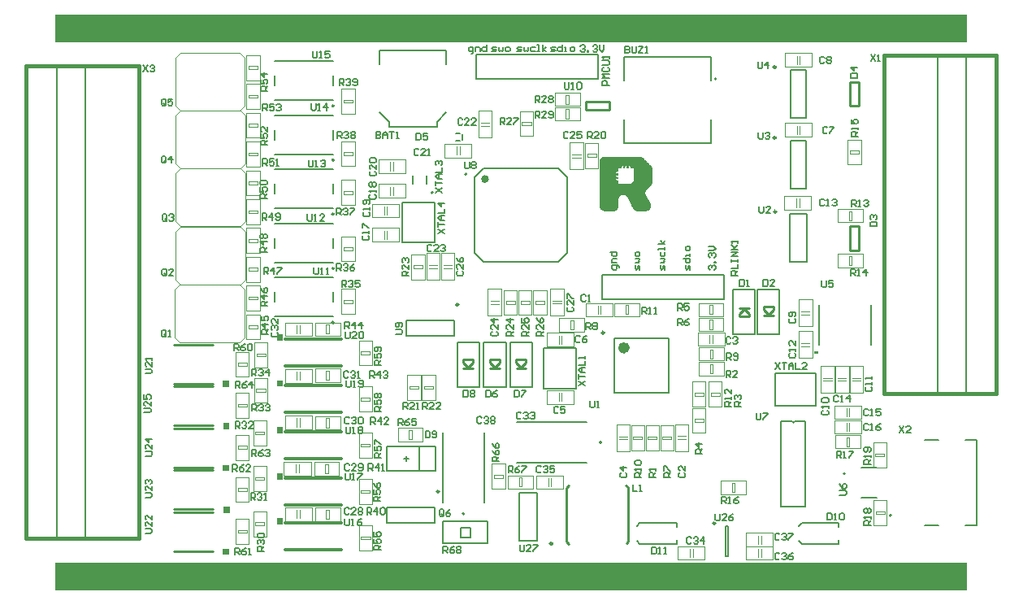
<source format=gto>
G04*
G04 #@! TF.GenerationSoftware,Altium Limited,Altium Designer,24.4.1 (13)*
G04*
G04 Layer_Color=65535*
%FSLAX25Y25*%
%MOIN*%
G70*
G04*
G04 #@! TF.SameCoordinates,E746E4B7-F6AA-4F53-916A-F77BCC048612*
G04*
G04*
G04 #@! TF.FilePolarity,Positive*
G04*
G01*
G75*
%ADD10C,0.02362*%
%ADD11C,0.00984*%
%ADD12C,0.00787*%
%ADD13C,0.01575*%
%ADD14C,0.01000*%
%ADD15C,0.00394*%
%ADD16C,0.00500*%
%ADD17C,0.00100*%
%ADD18C,0.00591*%
%ADD19C,0.01181*%
%ADD20C,0.00600*%
%ADD21C,0.00709*%
%ADD22R,3.74016X0.11811*%
G36*
X71358Y-219124D02*
X68858D01*
Y-221624D01*
X71358D01*
Y-219124D01*
D02*
G37*
G36*
X71624Y-201831D02*
X69124D01*
Y-204331D01*
X71624D01*
Y-201831D01*
D02*
G37*
G36*
X71398Y-184774D02*
X68898D01*
Y-187274D01*
X71398D01*
Y-184774D01*
D02*
G37*
G36*
X71496Y-167549D02*
X68996D01*
Y-170049D01*
X71496D01*
Y-167549D01*
D02*
G37*
G36*
X71329Y-150256D02*
X68829D01*
Y-152756D01*
X71329D01*
Y-150256D01*
D02*
G37*
G36*
X93504Y-133642D02*
X91004D01*
Y-131142D01*
X93504D01*
Y-133642D01*
D02*
G37*
G36*
X312953Y-139097D02*
X311453D01*
Y-138097D01*
X312953D01*
Y-139097D01*
D02*
G37*
G36*
X93504Y-152539D02*
X91004D01*
Y-150039D01*
X93504D01*
Y-152539D01*
D02*
G37*
G36*
Y-171713D02*
X91004D01*
Y-169213D01*
X93504D01*
Y-171713D01*
D02*
G37*
G36*
Y-190728D02*
X91004D01*
Y-188228D01*
X93504D01*
Y-190728D01*
D02*
G37*
G36*
Y-209114D02*
X91004D01*
Y-206614D01*
X93504D01*
Y-209114D01*
D02*
G37*
D10*
X234547Y-136713D02*
G03*
X234547Y-136713I-1181J0D01*
G01*
D11*
X225295Y-130512D02*
G03*
X225295Y-130512I-492J0D01*
G01*
X165453Y-118996D02*
G03*
X165453Y-118996I-492J0D01*
G01*
X157560Y-195562D02*
G03*
X157560Y-195562I-492J0D01*
G01*
X270765Y-208661D02*
G03*
X270765Y-208661I-394J0D01*
G01*
X295669Y-50571D02*
G03*
X295669Y-50571I-492J0D01*
G01*
X295866Y-80886D02*
G03*
X295866Y-80886I-492J0D01*
G01*
X295669Y-21634D02*
G03*
X295669Y-21634I-492J0D01*
G01*
X204035Y-216949D02*
G03*
X204035Y-216949I-492J0D01*
G01*
D12*
X224134Y-175492D02*
G03*
X224134Y-175492I-394J0D01*
G01*
X168898Y-65551D02*
G03*
X168898Y-65551I-394J0D01*
G01*
X302229Y-166781D02*
G03*
X303479Y-166781I625J0D01*
G01*
X167913Y-204665D02*
G03*
X167913Y-204665I-394J0D01*
G01*
X271358Y-26476D02*
G03*
X271358Y-26476I-394J0D01*
G01*
X154987Y-73006D02*
G03*
X154987Y-73006I-394J0D01*
G01*
X324153Y-188307D02*
G03*
X324153Y-188307I-394J0D01*
G01*
X343110Y-205413D02*
G03*
X343110Y-205413I-394J0D01*
G01*
X222736Y-26457D02*
Y-16457D01*
X172736Y-26457D02*
X222736D01*
X172736Y-16457D02*
X222736D01*
X172736Y-26457D02*
Y-16457D01*
X229429Y-155217D02*
X251870D01*
X229429Y-132776D02*
X251870D01*
Y-155217D02*
Y-132776D01*
X229429Y-155217D02*
Y-132776D01*
X200394Y-153445D02*
X213779D01*
X200394D02*
Y-136909D01*
X213779D01*
Y-153445D02*
Y-136909D01*
X142520Y-93602D02*
X155905D01*
X142520D02*
Y-77067D01*
X155905D01*
Y-93602D02*
Y-77067D01*
X144075Y-125492D02*
X163760D01*
X144075Y-131791D02*
X163760D01*
Y-125492D01*
X144075Y-131791D02*
Y-125492D01*
X178413Y-141602D02*
X182413D01*
X175886Y-134449D02*
X184941D01*
X175886Y-152756D02*
X184941D01*
X175886D02*
Y-134449D01*
X184941Y-152756D02*
Y-134449D01*
X189240Y-141602D02*
X193240D01*
X186713Y-134449D02*
X195768D01*
X186713Y-152756D02*
X195768D01*
X186713D02*
Y-134449D01*
X195768Y-152756D02*
Y-134449D01*
X167488Y-141602D02*
X171488D01*
X164961Y-134449D02*
X174016D01*
X164961Y-152756D02*
X174016D01*
X164961D02*
Y-134449D01*
X174016Y-152756D02*
Y-134449D01*
X297874Y-201782D02*
Y-166781D01*
Y-201782D02*
X307835D01*
Y-166781D01*
X303479D02*
X307835D01*
X297874D02*
X302229D01*
X312008Y-160433D02*
Y-147047D01*
X295472Y-160433D02*
X312008D01*
X295472D02*
Y-147047D01*
X312008D01*
X114165Y-117945D02*
Y-113945D01*
X90165Y-117945D02*
Y-113945D01*
Y-123945D02*
X114165D01*
X90165Y-107945D02*
X114165D01*
X159153Y-207874D02*
X177461D01*
X159153Y-216929D02*
X177461D01*
Y-207874D01*
X159153Y-216929D02*
Y-207874D01*
X166307Y-210402D02*
X170307D01*
Y-214402D02*
Y-210402D01*
X166307Y-214402D02*
X170307D01*
X166307D02*
Y-210402D01*
X136182Y-202058D02*
X155867D01*
X136182Y-208358D02*
X155867D01*
Y-202058D01*
X136182Y-208358D02*
Y-202058D01*
X280677Y-123949D02*
X284677D01*
X278150Y-131102D02*
X287205D01*
X278150Y-112795D02*
X287205D01*
Y-131102D02*
Y-112795D01*
X278150Y-131102D02*
Y-112795D01*
X136063Y-187284D02*
Y-177284D01*
X144063Y-183283D02*
Y-181283D01*
X143063Y-182283D02*
X145063D01*
X149311Y-187284D02*
Y-177284D01*
X136063Y-187284D02*
X156063D01*
Y-177284D01*
X136063D02*
X156063D01*
X12402Y-159449D02*
Y-21260D01*
Y-215354D02*
Y-159449D01*
X591D02*
Y-21260D01*
Y-215354D02*
Y-159449D01*
X321555Y-217224D02*
Y-215453D01*
X306289Y-217224D02*
X321555D01*
X306289Y-208366D02*
X321555D01*
Y-210138D02*
Y-208366D01*
X305056Y-209856D02*
X306289Y-208366D01*
X305087Y-215773D02*
X306289Y-217224D01*
X276179Y-222047D02*
Y-209842D01*
X274998Y-222047D02*
Y-209842D01*
Y-222047D02*
X276179D01*
X274998Y-209842D02*
X276179D01*
X301673Y-71457D02*
Y-51772D01*
X307972Y-71457D02*
Y-51772D01*
X301673D02*
X307972D01*
X301673Y-71457D02*
X307972D01*
X301279Y-101575D02*
X308366D01*
X301279Y-81890D02*
X308366D01*
Y-101575D02*
Y-81890D01*
X301279Y-101575D02*
Y-81890D01*
X362008Y-155512D02*
Y-58071D01*
Y-16831D01*
X373819Y-155118D02*
Y-98917D01*
Y-16732D01*
X114165Y-73555D02*
Y-69555D01*
X90165Y-73555D02*
Y-69555D01*
Y-79555D02*
X114165D01*
X90165Y-63555D02*
X114165D01*
X301673Y-42520D02*
X307972D01*
X301673Y-22835D02*
X307972D01*
Y-42520D02*
Y-22835D01*
X301673Y-42520D02*
Y-22835D01*
X114165Y-95750D02*
Y-91750D01*
X90165Y-95750D02*
Y-91750D01*
Y-101750D02*
X114165D01*
X90165Y-85750D02*
X114165D01*
X197638Y-215945D02*
Y-196260D01*
X190551Y-215945D02*
Y-196260D01*
Y-215945D02*
X197638D01*
X190551Y-196260D02*
X197638D01*
X90165Y-41360D02*
X114165D01*
X90165Y-57360D02*
X114165D01*
X90165Y-51360D02*
Y-47360D01*
X114165Y-51360D02*
Y-47360D01*
X90165Y-19165D02*
X114165D01*
X90165Y-35165D02*
X114165D01*
X90165Y-29165D02*
Y-25165D01*
X114165Y-29165D02*
Y-25165D01*
X297146Y-131102D02*
Y-112795D01*
X288090Y-131102D02*
Y-112795D01*
Y-131102D02*
X297146D01*
X288090Y-112795D02*
X297146D01*
X290618Y-119949D02*
X294618D01*
X238650Y-215773D02*
X239852Y-217224D01*
X238619Y-209855D02*
X239852Y-208366D01*
X255118Y-210138D02*
Y-208366D01*
X239852D02*
X255118D01*
X239852Y-217224D02*
X255118D01*
Y-215453D01*
X274410Y-116713D02*
Y-106713D01*
X224410Y-116713D02*
X274410D01*
X224410Y-106713D02*
X274410D01*
X224410Y-116713D02*
Y-106713D01*
X218433Y-50885D02*
Y-48130D01*
X219810D01*
X220269Y-48590D01*
Y-49508D01*
X219810Y-49967D01*
X218433D01*
X219351D02*
X220269Y-50885D01*
X223024D02*
X221188D01*
X223024Y-49049D01*
Y-48590D01*
X222565Y-48130D01*
X221647D01*
X221188Y-48590D01*
X223943D02*
X224402Y-48130D01*
X225320D01*
X225779Y-48590D01*
Y-50426D01*
X225320Y-50885D01*
X224402D01*
X223943Y-50426D01*
Y-48590D01*
D13*
X177165Y-67520D02*
G03*
X177165Y-67520I-787J0D01*
G01*
X-11811Y-214961D02*
Y-21260D01*
Y-214961D02*
X34449D01*
X-11811Y-21260D02*
X34449D01*
Y-214961D02*
Y-21260D01*
X386221Y-155413D02*
Y-16732D01*
X339961D02*
X386221D01*
X339961Y-155413D02*
X386221D01*
X339961D02*
Y-16732D01*
D14*
X114255Y-126279D02*
G03*
X114255Y-126279I-278J0D01*
G01*
Y-81890D02*
G03*
X114255Y-81890I-278J0D01*
G01*
Y-104085D02*
G03*
X114255Y-104085I-278J0D01*
G01*
Y-59695D02*
G03*
X114255Y-59695I-278J0D01*
G01*
Y-37500D02*
G03*
X114255Y-37500I-278J0D01*
G01*
X178413Y-141602D02*
X182413D01*
Y-142783D02*
Y-141602D01*
X180413Y-144783D02*
X182413Y-142783D01*
X178413D02*
X180413Y-144783D01*
X178413Y-142783D02*
Y-141602D01*
X178445Y-145177D02*
X182413D01*
X189240Y-141602D02*
X193240D01*
Y-142783D02*
Y-141602D01*
X191240Y-144783D02*
X193240Y-142783D01*
X189240D02*
X191240Y-144783D01*
X189240Y-142783D02*
Y-141602D01*
X189272Y-145177D02*
X193240D01*
X167488Y-141602D02*
X171488D01*
Y-142783D02*
Y-141602D01*
X169488Y-144783D02*
X171488Y-142783D01*
X167488D02*
X169488Y-144783D01*
X167488Y-142783D02*
Y-141602D01*
X167520Y-145177D02*
X171488D01*
X48669Y-220087D02*
X64669D01*
X48669Y-204087D02*
X64669D01*
X234252Y-216831D02*
X234252D01*
X235039Y-216043D01*
Y-194193D01*
Y-193898D01*
X234154Y-193012D02*
X235039Y-193898D01*
X209842Y-216142D02*
X210728Y-217028D01*
X209842Y-216142D02*
Y-215846D01*
Y-193996D01*
X210630Y-193209D01*
X210630D01*
X280677Y-123949D02*
X284677D01*
X280677D02*
Y-122768D01*
X282677Y-120768D01*
X284677Y-122768D01*
Y-123949D02*
Y-122768D01*
X280677Y-120374D02*
X284646D01*
X326082Y-96665D02*
Y-86822D01*
Y-96665D02*
X329626D01*
Y-86822D01*
X326082D02*
X329626D01*
X227569Y-39228D02*
Y-35685D01*
X217726Y-39228D02*
X227569D01*
X217726D02*
Y-35685D01*
X227569D01*
X326083Y-27756D02*
X329626D01*
Y-37598D02*
Y-27756D01*
X326083Y-37598D02*
X329626D01*
X326083D02*
Y-27756D01*
X48669Y-135386D02*
X64669D01*
X48669Y-151386D02*
X64669D01*
X48669Y-152561D02*
X64669D01*
X48669Y-168561D02*
X64669D01*
X48669Y-169736D02*
X64669D01*
X48669Y-185736D02*
X64669D01*
X48669Y-186911D02*
X64669D01*
X48669Y-202911D02*
X64669D01*
X290650Y-123524D02*
X294618D01*
X290618Y-121130D02*
Y-119949D01*
Y-121130D02*
X292618Y-123130D01*
X294618Y-121130D01*
Y-119949D01*
X290618D02*
X294618D01*
D15*
X217323Y-62992D02*
X222835D01*
Y-52756D01*
X217323D02*
X222835D01*
X217323Y-62992D02*
Y-52756D01*
X218279Y-58474D02*
Y-57274D01*
X221979D01*
Y-58474D02*
Y-57274D01*
X218279Y-58474D02*
X221979D01*
X191573Y-44183D02*
X195273D01*
X191573Y-45384D02*
Y-44183D01*
Y-45384D02*
X195273D01*
Y-44183D01*
X196229Y-49902D02*
Y-39665D01*
X190717Y-49902D02*
X196229D01*
X190717D02*
Y-39665D01*
X196229D01*
X159843Y-58661D02*
Y-53150D01*
Y-58661D02*
X170866D01*
Y-53150D01*
X159843D02*
X170866D01*
X165954Y-57605D02*
Y-54206D01*
X164754Y-57605D02*
Y-54206D01*
X144488Y-147835D02*
X150000D01*
X144488Y-158071D02*
Y-147835D01*
Y-158071D02*
X150000D01*
Y-147835D01*
X149044Y-153553D02*
Y-152353D01*
X145344Y-153553D02*
X149044D01*
X145344D02*
Y-152353D01*
X149044D01*
X150492Y-147835D02*
X156004D01*
X150492Y-158071D02*
Y-147835D01*
Y-158071D02*
X156004D01*
Y-147835D01*
X155048Y-153553D02*
Y-152353D01*
X151348Y-153553D02*
X155048D01*
X151348D02*
Y-152353D01*
X155048D01*
X190059Y-123228D02*
X195571D01*
Y-112992D01*
X190059D02*
X195571D01*
X190059Y-123228D02*
Y-112992D01*
X191015Y-118710D02*
Y-117510D01*
X194715D01*
Y-118710D02*
Y-117510D01*
X191015Y-118710D02*
X194715D01*
X183957Y-123228D02*
X189469D01*
Y-112992D01*
X183957D02*
X189469D01*
X183957Y-123228D02*
Y-112992D01*
X184913Y-118710D02*
Y-117510D01*
X188613D01*
Y-118710D02*
Y-117510D01*
X184913Y-118710D02*
X188613D01*
X196161Y-123228D02*
X201673D01*
Y-112992D01*
X196161D02*
X201673D01*
X196161Y-123228D02*
Y-112992D01*
X197117Y-118710D02*
Y-117510D01*
X200817D01*
Y-118710D02*
Y-117510D01*
X197117Y-118710D02*
X200817D01*
X330413Y-177953D02*
Y-172441D01*
X320177D02*
X330413D01*
X320177Y-177953D02*
Y-172441D01*
Y-177953D02*
X330413D01*
X324695Y-176997D02*
X325895D01*
X324695D02*
Y-173297D01*
X325895D01*
Y-176997D02*
Y-173297D01*
X325797Y-170794D02*
Y-167394D01*
X324597Y-170794D02*
Y-167394D01*
X319685Y-171850D02*
X330709D01*
X319685D02*
Y-166339D01*
X330709D01*
Y-171850D02*
Y-166339D01*
X325797Y-164791D02*
Y-161391D01*
X324597Y-164791D02*
Y-161391D01*
X319685Y-165847D02*
X330709D01*
X319685D02*
Y-160335D01*
X330709D01*
Y-165847D02*
Y-160335D01*
X273130Y-196752D02*
Y-191240D01*
Y-196752D02*
X283366D01*
Y-191240D01*
X273130D02*
X283366D01*
X277648Y-192196D02*
X278848D01*
Y-195896D02*
Y-192196D01*
X277648Y-195896D02*
X278848D01*
X277648D02*
Y-192196D01*
X204205Y-118612D02*
X207606D01*
X204205Y-117412D02*
X207606D01*
X203150Y-123524D02*
Y-112500D01*
X208661D01*
Y-123524D02*
Y-112500D01*
X203150Y-123524D02*
X208661D01*
X51181Y-134449D02*
X60039D01*
X49213Y-132480D02*
X51181Y-134449D01*
X49213Y-132480D02*
Y-112795D01*
X51181Y-110827D01*
X75787D01*
X77756Y-112795D01*
X77756D01*
Y-132480D02*
Y-112795D01*
X75787Y-134449D02*
X77756Y-132480D01*
X60039Y-134449D02*
X75787D01*
X335630Y-175492D02*
X341142D01*
X335630Y-185728D02*
Y-175492D01*
Y-185728D02*
X341142D01*
Y-175492D01*
X340186Y-181210D02*
Y-180010D01*
X336486Y-181210D02*
X340186D01*
X336486D02*
Y-180010D01*
X340186D01*
X261319Y-160827D02*
X266831D01*
Y-150591D01*
X261319D02*
X266831D01*
X261319Y-160827D02*
Y-150591D01*
X262275Y-156309D02*
Y-155109D01*
X265975D01*
Y-156309D02*
Y-155109D01*
X262275Y-156309D02*
X265975D01*
X274410Y-148031D02*
Y-142520D01*
X264173D02*
X274410D01*
X264173Y-148031D02*
Y-142520D01*
Y-148031D02*
X274410D01*
X268691Y-147076D02*
X269891D01*
X268691D02*
Y-143376D01*
X269891D01*
Y-147076D02*
Y-143376D01*
X268012Y-160827D02*
X273524D01*
Y-150591D01*
X268012D02*
X273524D01*
X268012Y-160827D02*
Y-150591D01*
X268968Y-156309D02*
Y-155109D01*
X272668D01*
Y-156309D02*
Y-155109D01*
X268968Y-156309D02*
X272668D01*
X261319Y-171555D02*
X266831D01*
Y-161319D01*
X261319D02*
X266831D01*
X261319Y-171555D02*
Y-161319D01*
X262275Y-167037D02*
Y-165837D01*
X265975D01*
Y-167037D02*
Y-165837D01*
X262275Y-167037D02*
X265975D01*
X212608Y-129064D02*
Y-125364D01*
X211408D02*
X212608D01*
X211408Y-129064D02*
Y-125364D01*
Y-129064D02*
X212608D01*
X206890Y-130020D02*
X217126D01*
X206890D02*
Y-124508D01*
X217126D01*
Y-130020D02*
Y-124508D01*
X217717Y-123917D02*
Y-118405D01*
Y-123917D02*
X228740D01*
Y-118405D01*
X217717D02*
X228740D01*
X223828Y-122861D02*
Y-119461D01*
X222628Y-122861D02*
Y-119461D01*
X325679Y-84411D02*
Y-80711D01*
Y-84411D02*
X326879D01*
Y-80711D01*
X325679D02*
X326879D01*
X321161Y-79755D02*
X331397D01*
Y-85267D02*
Y-79755D01*
X321161Y-85267D02*
X331397D01*
X321161D02*
Y-79755D01*
X146161Y-98425D02*
X151673D01*
X146161Y-108661D02*
Y-98425D01*
Y-108661D02*
X151673D01*
Y-98425D01*
X150717Y-104143D02*
Y-102943D01*
X147017Y-104143D02*
X150717D01*
X147017D02*
Y-102943D01*
X150717D01*
X152264Y-108957D02*
X157776D01*
Y-97933D01*
X152264D02*
X157776D01*
X152264Y-108957D02*
Y-97933D01*
X153320Y-102845D02*
X156720D01*
X153320Y-104045D02*
X156720D01*
X310433Y-50098D02*
Y-44587D01*
X299410D02*
X310433D01*
X299410Y-50098D02*
Y-44587D01*
Y-50098D02*
X310433D01*
X304321Y-49042D02*
Y-45643D01*
X305521Y-49042D02*
Y-45643D01*
X325098Y-51378D02*
X330610D01*
X325098Y-61614D02*
Y-51378D01*
Y-61614D02*
X330610D01*
Y-51378D01*
X329654Y-57096D02*
Y-55896D01*
X325954Y-57096D02*
X329654D01*
X325954D02*
Y-55896D01*
X329654D01*
X299410Y-21457D02*
Y-15945D01*
Y-21457D02*
X310433D01*
Y-15945D01*
X299410D02*
X310433D01*
X305521Y-20401D02*
Y-17001D01*
X304321Y-20401D02*
Y-17001D01*
X212697Y-159646D02*
Y-154134D01*
X201673D02*
X212697D01*
X201673Y-159646D02*
Y-154134D01*
Y-159646D02*
X212697D01*
X206585Y-158590D02*
Y-155190D01*
X207785Y-158590D02*
Y-155190D01*
X201673Y-136122D02*
Y-130610D01*
Y-136122D02*
X212697D01*
Y-130610D01*
X201673D02*
X212697D01*
X207785Y-135066D02*
Y-131666D01*
X206585Y-135066D02*
Y-131666D01*
X191446Y-193532D02*
Y-189832D01*
X190246D02*
X191446D01*
X190246Y-193532D02*
Y-189832D01*
Y-193532D02*
X191446D01*
X185728Y-194488D02*
X195965D01*
X185728D02*
Y-188976D01*
X195965D01*
Y-194488D02*
Y-188976D01*
X236319Y-168504D02*
X241831D01*
X236319Y-178740D02*
Y-168504D01*
Y-178740D02*
X241831D01*
Y-168504D01*
X240875Y-174222D02*
Y-173022D01*
X237175Y-174222D02*
X240875D01*
X237175D02*
Y-173022D01*
X240875D01*
X239665Y-123917D02*
Y-118405D01*
X229429D02*
X239665D01*
X229429Y-123917D02*
Y-118405D01*
Y-123917D02*
X239665D01*
X233947Y-122961D02*
X235147D01*
X233947D02*
Y-119261D01*
X235147D01*
Y-122961D02*
Y-119261D01*
X274213Y-129921D02*
Y-124409D01*
X263976D02*
X274213D01*
X263976Y-129921D02*
Y-124409D01*
Y-129921D02*
X274213D01*
X268495Y-128965D02*
X269694D01*
X268495D02*
Y-125265D01*
X269694D01*
Y-128965D02*
Y-125265D01*
X336586Y-204832D02*
X340286D01*
Y-203632D01*
X336586D02*
X340286D01*
X336586Y-204832D02*
Y-203632D01*
X335630Y-209350D02*
Y-199114D01*
X341142D01*
Y-209350D02*
Y-199114D01*
X335630Y-209350D02*
X341142D01*
X137490Y-64003D02*
Y-60603D01*
X138690Y-64003D02*
Y-60603D01*
X132579Y-59547D02*
X143602D01*
Y-65059D02*
Y-59547D01*
X132579Y-65059D02*
X143602D01*
X132579D02*
Y-59547D01*
X137490Y-74042D02*
Y-70643D01*
X138690Y-74042D02*
Y-70643D01*
X132579Y-69587D02*
X143602D01*
Y-75098D02*
Y-69587D01*
X132579Y-75098D02*
X143602D01*
X132579D02*
Y-69587D01*
X304124Y-78964D02*
Y-75564D01*
X305324Y-78964D02*
Y-75564D01*
X299213Y-74508D02*
X310236D01*
Y-80020D02*
Y-74508D01*
X299213Y-80020D02*
X310236D01*
X299213D02*
Y-74508D01*
X327040Y-150206D02*
X330440D01*
X327040Y-149006D02*
X330440D01*
X325984Y-155118D02*
Y-144095D01*
X331496D01*
Y-155118D02*
Y-144095D01*
X325984Y-155118D02*
X331496D01*
X321135Y-150206D02*
X324535D01*
X321135Y-149006D02*
X324535D01*
X320079Y-155118D02*
Y-144095D01*
X325591D01*
Y-155118D02*
Y-144095D01*
X320079Y-155118D02*
X325591D01*
X315229Y-150206D02*
X318629D01*
X315229Y-149006D02*
X318629D01*
X314173Y-155118D02*
Y-144095D01*
X319685D01*
Y-155118D02*
Y-144095D01*
X314173Y-155118D02*
X319685D01*
X306174Y-123041D02*
X309574D01*
X306174Y-121841D02*
X309574D01*
X305118Y-127953D02*
Y-116929D01*
X310630D01*
Y-127953D02*
Y-116929D01*
X305118Y-127953D02*
X310630D01*
X306174Y-136033D02*
X309574D01*
X306174Y-134833D02*
X309574D01*
X305118Y-140945D02*
Y-129921D01*
X310630D01*
Y-140945D02*
Y-129921D01*
X305118Y-140945D02*
X310630D01*
X215256Y-43602D02*
Y-38091D01*
X205020D02*
X215256D01*
X205020Y-43602D02*
Y-38091D01*
Y-43602D02*
X215256D01*
X209538Y-42647D02*
X210738D01*
X209538D02*
Y-38947D01*
X210738D01*
Y-42647D02*
Y-38947D01*
X205020Y-37598D02*
Y-32087D01*
Y-37598D02*
X215256D01*
Y-32087D01*
X205020D02*
X215256D01*
X209538Y-33042D02*
X210738D01*
Y-36742D02*
Y-33042D01*
X209538Y-36742D02*
X210738D01*
X209538D02*
Y-33042D01*
X331397Y-103673D02*
Y-98161D01*
X321161D02*
X331397D01*
X321161Y-103673D02*
Y-98161D01*
Y-103673D02*
X331397D01*
X325679Y-102717D02*
X326879D01*
X325679D02*
Y-99017D01*
X326879D01*
Y-102717D02*
Y-99017D01*
X255512Y-223622D02*
Y-218110D01*
Y-223622D02*
X266535D01*
Y-218110D01*
X255512D02*
X266535D01*
X261624Y-222566D02*
Y-219166D01*
X260424Y-222566D02*
Y-219166D01*
X294488Y-218110D02*
Y-212598D01*
X283465D02*
X294488D01*
X283465Y-218110D02*
Y-212598D01*
Y-218110D02*
X294488D01*
X288376Y-217054D02*
Y-213654D01*
X289576Y-217054D02*
Y-213654D01*
X294488Y-223622D02*
Y-218110D01*
X283465D02*
X294488D01*
X283465Y-223622D02*
Y-218110D01*
Y-223622D02*
X294488D01*
X288376Y-222566D02*
Y-219166D01*
X289576Y-222566D02*
Y-219166D01*
X60138Y-39547D02*
X75886D01*
X77854Y-37579D01*
Y-17894D01*
X77854D02*
X77854D01*
X75886Y-15925D02*
X77854Y-17894D01*
X51279Y-15925D02*
X75886D01*
X49311Y-17894D02*
X51279Y-15925D01*
X49311Y-37579D02*
Y-17894D01*
Y-37579D02*
X51279Y-39547D01*
X60138D01*
X51378Y-63189D02*
X60236D01*
X49409Y-61221D02*
X51378Y-63189D01*
X49409Y-61221D02*
Y-41535D01*
X51378Y-39567D01*
X75984D01*
X77953Y-41535D01*
X77953D01*
Y-61221D02*
Y-41535D01*
X75984Y-63189D02*
X77953Y-61221D01*
X60236Y-63189D02*
X75984D01*
X60236Y-86811D02*
X75984D01*
X77953Y-84842D01*
Y-65158D01*
X77953D02*
X77953D01*
X75984Y-63189D02*
X77953Y-65158D01*
X51378Y-63189D02*
X75984D01*
X49409Y-65158D02*
X51378Y-63189D01*
X49409Y-84842D02*
Y-65158D01*
Y-84842D02*
X51378Y-86811D01*
X60236D01*
X51378Y-110630D02*
X60236D01*
X49409Y-108661D02*
X51378Y-110630D01*
X49409Y-108661D02*
Y-88976D01*
X51378Y-87008D01*
X75984D01*
X77953Y-88976D01*
X77953D01*
Y-108661D02*
Y-88976D01*
X75984Y-110630D02*
X77953Y-108661D01*
X60236Y-110630D02*
X75984D01*
X134932Y-82212D02*
Y-78812D01*
X136132Y-82212D02*
Y-78812D01*
X130020Y-77756D02*
X141043D01*
Y-83268D02*
Y-77756D01*
X130020Y-83268D02*
X141043D01*
X130020D02*
Y-77756D01*
X79499Y-22450D02*
X83199D01*
Y-21250D01*
X79499D02*
X83199D01*
X79499Y-22450D02*
Y-21250D01*
X78543Y-26969D02*
Y-16732D01*
X84055D01*
Y-26969D02*
Y-16732D01*
X78543Y-26969D02*
X84055D01*
X79499Y-34262D02*
X83199D01*
Y-33062D01*
X79499D02*
X83199D01*
X79499Y-34262D02*
Y-33062D01*
X78543Y-38780D02*
Y-28543D01*
X84055D01*
Y-38780D02*
Y-28543D01*
X78543Y-38780D02*
X84055D01*
X79499Y-46073D02*
X83199D01*
Y-44872D01*
X79499D02*
X83199D01*
X79499Y-46073D02*
Y-44872D01*
X78543Y-50591D02*
Y-40354D01*
X84055D01*
Y-50591D02*
Y-40354D01*
X78543Y-50591D02*
X84055D01*
X79499Y-57884D02*
X83199D01*
Y-56683D01*
X79499D02*
X83199D01*
X79499Y-57884D02*
Y-56683D01*
X78543Y-62402D02*
Y-52165D01*
X84055D01*
Y-62402D02*
Y-52165D01*
X78543Y-62402D02*
X84055D01*
X74972Y-212608D02*
X78672D01*
Y-211408D01*
X74972D02*
X78672D01*
X74972Y-212608D02*
Y-211408D01*
X74016Y-217126D02*
Y-206890D01*
X79528D01*
Y-217126D02*
Y-206890D01*
X74016Y-217126D02*
X79528D01*
X82155Y-208258D02*
X85855D01*
X82155Y-209458D02*
Y-208258D01*
Y-209458D02*
X85855D01*
Y-208258D01*
X86811Y-213976D02*
Y-203740D01*
X81299Y-213976D02*
X86811D01*
X81299D02*
Y-203740D01*
X86811D01*
X74972Y-195384D02*
X78672D01*
Y-194184D01*
X74972D02*
X78672D01*
X74972Y-195384D02*
Y-194184D01*
X74016Y-199902D02*
Y-189665D01*
X79528D01*
Y-199902D02*
Y-189665D01*
X74016Y-199902D02*
X79528D01*
X82155Y-189754D02*
X85855D01*
X82155Y-190954D02*
Y-189754D01*
Y-190954D02*
X85855D01*
Y-189754D01*
X86811Y-195472D02*
Y-185236D01*
X81299Y-195472D02*
X86811D01*
X81299D02*
Y-185236D01*
X86811D01*
X112017Y-188021D02*
Y-184320D01*
X110817D02*
X112017D01*
X110817Y-188021D02*
Y-184320D01*
Y-188021D02*
X112017D01*
X106299Y-188976D02*
X116535D01*
X106299D02*
Y-183465D01*
X116535D01*
Y-188976D02*
Y-183465D01*
X100403Y-206621D02*
Y-203221D01*
X99203Y-206621D02*
Y-203221D01*
X94291Y-207677D02*
X105315D01*
X94291D02*
Y-202165D01*
X105315D01*
Y-207677D02*
Y-202165D01*
X134932Y-92054D02*
Y-88654D01*
X136132Y-92054D02*
Y-88654D01*
X130020Y-87598D02*
X141043D01*
Y-93110D02*
Y-87598D01*
X130020Y-93110D02*
X141043D01*
X130020D02*
Y-87598D01*
X159422Y-104045D02*
X162822D01*
X159422Y-102845D02*
X162822D01*
X158366Y-108957D02*
Y-97933D01*
X163878D01*
Y-108957D02*
Y-97933D01*
X158366Y-108957D02*
X163878D01*
X118376Y-95561D02*
X122076D01*
X118376Y-96761D02*
Y-95561D01*
Y-96761D02*
X122076D01*
Y-95561D01*
X123031Y-101279D02*
Y-91043D01*
X117520Y-101279D02*
X123031D01*
X117520D02*
Y-91043D01*
X123031D01*
X118376Y-117116D02*
X122076D01*
X118376Y-118316D02*
Y-117116D01*
Y-118316D02*
X122076D01*
Y-117116D01*
X123031Y-122835D02*
Y-112598D01*
X117520Y-122835D02*
X123031D01*
X117520D02*
Y-112598D01*
X123031D01*
X112411Y-130934D02*
Y-127234D01*
X111211D02*
X112411D01*
X111211Y-130934D02*
Y-127234D01*
Y-130934D02*
X112411D01*
X106693Y-131890D02*
X116929D01*
X106693D02*
Y-126378D01*
X116929D01*
Y-131890D02*
Y-126378D01*
X125462Y-138180D02*
X129162D01*
X125462Y-139380D02*
Y-138180D01*
Y-139380D02*
X129162D01*
Y-138180D01*
X130118Y-143898D02*
Y-133661D01*
X124606Y-143898D02*
X130118D01*
X124606D02*
Y-133661D01*
X130118D01*
X100403Y-130834D02*
Y-127434D01*
X99203Y-130834D02*
Y-127434D01*
X94291Y-131890D02*
X105315D01*
X94291D02*
Y-126378D01*
X105315D01*
Y-131890D02*
Y-126378D01*
X79499Y-69695D02*
X83199D01*
Y-68494D01*
X79499D02*
X83199D01*
X79499Y-69695D02*
Y-68494D01*
X78543Y-74213D02*
Y-63976D01*
X84055D01*
Y-74213D02*
Y-63976D01*
X78543Y-74213D02*
X84055D01*
X79499Y-81506D02*
X83199D01*
Y-80305D01*
X79499D02*
X83199D01*
X79499Y-81506D02*
Y-80305D01*
X78543Y-86024D02*
Y-75787D01*
X84055D01*
Y-86024D02*
Y-75787D01*
X78543Y-86024D02*
X84055D01*
X79499Y-93317D02*
X83199D01*
Y-92117D01*
X79499D02*
X83199D01*
X79499Y-93317D02*
Y-92117D01*
X78543Y-97835D02*
Y-87599D01*
X84055D01*
Y-97835D02*
Y-87599D01*
X78543Y-97835D02*
X84055D01*
X79499Y-105128D02*
X83199D01*
Y-103928D01*
X79499D02*
X83199D01*
X79499Y-105128D02*
Y-103928D01*
X78543Y-109646D02*
Y-99410D01*
X84055D01*
Y-109646D02*
Y-99410D01*
X78543Y-109646D02*
X84055D01*
X79499Y-116939D02*
X83199D01*
Y-115739D01*
X79499D02*
X83199D01*
X79499Y-116939D02*
Y-115739D01*
X78543Y-121457D02*
Y-111221D01*
X84055D01*
Y-121457D02*
Y-111221D01*
X78543Y-121457D02*
X84055D01*
X79499Y-128750D02*
X83199D01*
Y-127550D01*
X79499D02*
X83199D01*
X79499Y-128750D02*
Y-127550D01*
X78543Y-133268D02*
Y-123031D01*
X84055D01*
Y-133268D02*
Y-123031D01*
X78543Y-133268D02*
X84055D01*
X74972Y-144104D02*
X78672D01*
Y-142904D01*
X74972D02*
X78672D01*
X74972Y-144104D02*
Y-142904D01*
X74016Y-148622D02*
Y-138386D01*
X79528D01*
Y-148622D02*
Y-138386D01*
X74016Y-148622D02*
X79528D01*
X82649Y-140167D02*
X86349D01*
Y-138967D01*
X82649D02*
X86349D01*
X82649Y-140167D02*
Y-138967D01*
X81693Y-144685D02*
Y-134449D01*
X87205D01*
Y-144685D02*
Y-134449D01*
X81693Y-144685D02*
X87205D01*
X82549Y-153534D02*
X86249D01*
X82549Y-154734D02*
Y-153534D01*
Y-154734D02*
X86249D01*
Y-153534D01*
X87205Y-159252D02*
Y-149016D01*
X81693Y-159252D02*
X87205D01*
X81693D02*
Y-149016D01*
X87205D01*
X74972Y-160935D02*
X78672D01*
Y-159735D01*
X74972D02*
X78672D01*
X74972Y-160935D02*
Y-159735D01*
X74016Y-165453D02*
Y-155217D01*
X79528D01*
Y-165453D02*
Y-155217D01*
X74016Y-165453D02*
X79528D01*
X82155Y-171054D02*
X85855D01*
X82155Y-172254D02*
Y-171054D01*
Y-172254D02*
X85855D01*
Y-171054D01*
X86811Y-176772D02*
Y-166535D01*
X81299Y-176772D02*
X86811D01*
X81299D02*
Y-166535D01*
X86811D01*
X74972Y-178159D02*
X78672D01*
Y-176959D01*
X74972D02*
X78672D01*
X74972Y-178159D02*
Y-176959D01*
X74016Y-182677D02*
Y-172441D01*
X79528D01*
Y-182677D02*
Y-172441D01*
X74016Y-182677D02*
X79528D01*
X112411Y-206721D02*
Y-203021D01*
X111211D02*
X112411D01*
X111211Y-206721D02*
Y-203021D01*
Y-206721D02*
X112411D01*
X106693Y-207677D02*
X116929D01*
X106693D02*
Y-202165D01*
X116929D01*
Y-207677D02*
Y-202165D01*
X125462Y-176073D02*
X129162D01*
X125462Y-177273D02*
Y-176073D01*
Y-177273D02*
X129162D01*
Y-176073D01*
X130118Y-181791D02*
Y-171555D01*
X124606Y-181791D02*
X130118D01*
X124606D02*
Y-171555D01*
X130118D01*
X125462Y-195020D02*
X129162D01*
X125462Y-196220D02*
Y-195020D01*
Y-196220D02*
X129162D01*
Y-195020D01*
X130118Y-200738D02*
Y-190502D01*
X124606Y-200738D02*
X130118D01*
X124606D02*
Y-190502D01*
X130118D01*
X125562Y-215167D02*
X129262D01*
Y-213967D01*
X125562D02*
X129262D01*
X125562Y-215167D02*
Y-213967D01*
X124606Y-219685D02*
Y-209449D01*
X130118D01*
Y-219685D02*
Y-209449D01*
X124606Y-219685D02*
X130118D01*
X269694Y-134869D02*
Y-131469D01*
X268495Y-134869D02*
Y-131469D01*
X263583Y-135925D02*
X274606D01*
X263583D02*
Y-130413D01*
X274606D01*
Y-135925D02*
Y-130413D01*
X268691Y-141073D02*
Y-137373D01*
Y-141073D02*
X269891D01*
Y-137373D01*
X268691D02*
X269891D01*
X264173Y-136417D02*
X274410D01*
Y-141929D02*
Y-136417D01*
X264173Y-141929D02*
X274410D01*
X264173D02*
Y-136417D01*
X269694Y-122961D02*
Y-119261D01*
X268495D02*
X269694D01*
X268495Y-122961D02*
Y-119261D01*
Y-122961D02*
X269694D01*
X263976Y-123917D02*
X274213D01*
X263976D02*
Y-118405D01*
X274213D01*
Y-123917D02*
Y-118405D01*
X255387Y-174124D02*
X258787D01*
X255387Y-172924D02*
X258787D01*
X254331Y-179035D02*
Y-168012D01*
X259842D01*
Y-179035D02*
Y-168012D01*
X254331Y-179035D02*
X259842D01*
X249183Y-173022D02*
X252883D01*
X249183Y-174222D02*
Y-173022D01*
Y-174222D02*
X252883D01*
Y-173022D01*
X253839Y-178740D02*
Y-168504D01*
X248327Y-178740D02*
X253839D01*
X248327D02*
Y-168504D01*
X253839D01*
X243179Y-173022D02*
X246879D01*
X243179Y-174222D02*
Y-173022D01*
Y-174222D02*
X246879D01*
Y-173022D01*
X247835Y-178740D02*
Y-168504D01*
X242323Y-178740D02*
X247835D01*
X242323D02*
Y-168504D01*
X247835D01*
X231371Y-174222D02*
X234771D01*
X231371Y-173022D02*
X234771D01*
X230315Y-179134D02*
Y-168110D01*
X235827D01*
Y-179134D02*
Y-168110D01*
X230315Y-179134D02*
X235827D01*
X178615Y-118710D02*
X182015D01*
X178615Y-117510D02*
X182015D01*
X177559Y-123622D02*
Y-112598D01*
X183071D01*
Y-123622D02*
Y-112598D01*
X177559Y-123622D02*
X183071D01*
X212178Y-57471D02*
X215578D01*
X212178Y-58671D02*
X215578D01*
X216634Y-63583D02*
Y-52559D01*
X211122Y-63583D02*
X216634D01*
X211122D02*
Y-52559D01*
X216634D01*
X174776Y-44479D02*
X178176D01*
X174776Y-45679D02*
X178176D01*
X179232Y-50591D02*
Y-39567D01*
X173721Y-50591D02*
X179232D01*
X173721D02*
Y-39567D01*
X179232D01*
X203454Y-193432D02*
Y-190032D01*
X202254Y-193432D02*
Y-190032D01*
X197343Y-194488D02*
X208366D01*
X197343D02*
Y-188976D01*
X208366D01*
Y-194488D02*
Y-188976D01*
X179990Y-188770D02*
X183690D01*
X179990Y-189970D02*
Y-188770D01*
Y-189970D02*
X183690D01*
Y-188770D01*
X184646Y-194488D02*
Y-184252D01*
X179134Y-194488D02*
X184646D01*
X179134D02*
Y-184252D01*
X184646D01*
X145168Y-174242D02*
Y-170543D01*
Y-174242D02*
X146368D01*
Y-170543D01*
X145168D02*
X146368D01*
X140650Y-169587D02*
X150886D01*
Y-175098D02*
Y-169587D01*
X140650Y-175098D02*
X150886D01*
X140650D02*
Y-169587D01*
X125462Y-157126D02*
X129162D01*
X125462Y-158326D02*
Y-157126D01*
Y-158326D02*
X129162D01*
Y-157126D01*
X130118Y-162845D02*
Y-152608D01*
X124606Y-162845D02*
X130118D01*
X124606D02*
Y-152608D01*
X130118D01*
X118376Y-72431D02*
X122076D01*
X118376Y-73632D02*
Y-72431D01*
Y-73632D02*
X122076D01*
Y-72431D01*
X123031Y-78150D02*
Y-67913D01*
X117520Y-78150D02*
X123031D01*
X117520D02*
Y-67913D01*
X123031D01*
X118476Y-57687D02*
X122176D01*
Y-56487D01*
X118476D02*
X122176D01*
X118476Y-57687D02*
Y-56487D01*
X117520Y-62205D02*
Y-51968D01*
X123031D01*
Y-62205D02*
Y-51968D01*
X117520Y-62205D02*
X123031D01*
X118476Y-36230D02*
X122176D01*
Y-35030D01*
X118476D02*
X122176D01*
X118476Y-36230D02*
Y-35030D01*
X117520Y-40748D02*
Y-30512D01*
X123031D01*
Y-40748D02*
Y-30512D01*
X117520Y-40748D02*
X123031D01*
X100010Y-187920D02*
Y-184520D01*
X98809Y-187920D02*
Y-184520D01*
X93898Y-188976D02*
X104921D01*
X93898D02*
Y-183465D01*
X104921D01*
Y-188976D02*
Y-183465D01*
X112411Y-169320D02*
Y-165620D01*
X111211D02*
X112411D01*
X111211Y-169320D02*
Y-165620D01*
Y-169320D02*
X112411D01*
X106693Y-170276D02*
X116929D01*
X106693D02*
Y-164764D01*
X116929D01*
Y-170276D02*
Y-164764D01*
X100403Y-169023D02*
Y-165623D01*
X99203Y-169023D02*
Y-165623D01*
X94291Y-170079D02*
X105315D01*
X94291D02*
Y-164567D01*
X105315D01*
Y-170079D02*
Y-164567D01*
X112411Y-149831D02*
Y-146132D01*
X111211D02*
X112411D01*
X111211Y-149831D02*
Y-146132D01*
Y-149831D02*
X112411D01*
X106693Y-150787D02*
X116929D01*
X106693D02*
Y-145276D01*
X116929D01*
Y-150787D02*
Y-145276D01*
X100403Y-149928D02*
Y-146528D01*
X99203Y-149928D02*
Y-146528D01*
X94291Y-150984D02*
X105315D01*
X94291D02*
Y-145472D01*
X105315D01*
Y-150984D02*
Y-145472D01*
D16*
X164272Y-51870D02*
X166240D01*
X164272Y-48720D02*
X166240D01*
X167126Y-51476D02*
Y-49114D01*
X133002Y-20472D02*
Y-14646D01*
X160502D01*
Y-20472D02*
Y-14646D01*
X156595Y-44165D02*
X160502Y-40157D01*
X156595Y-46142D02*
Y-44165D01*
X136909Y-46142D02*
X156595D01*
X136909D02*
Y-44165D01*
X133002Y-40157D02*
X136909Y-44165D01*
X189370Y-167027D02*
X218110D01*
X189370Y-183957D02*
X218110D01*
X159055Y-200098D02*
Y-171358D01*
X175984Y-200098D02*
Y-171358D01*
X268996Y-27185D02*
Y-17421D01*
X233563D02*
X268996D01*
X233563Y-27185D02*
Y-17421D01*
Y-52854D02*
Y-43091D01*
Y-52854D02*
X268996D01*
Y-43091D01*
X146653Y-69606D02*
Y-66220D01*
X152559Y-69606D02*
Y-66220D01*
X330620Y-185866D02*
X337018D01*
X330620Y-198189D02*
X337018D01*
X356850Y-209626D02*
X362520D01*
X356850Y-174429D02*
X362520D01*
X373307D02*
X378150D01*
Y-209626D02*
Y-174429D01*
X373307Y-209626D02*
X378150D01*
D17*
X235457Y-75956D02*
X243057D01*
X235658Y-76356D02*
X243357D01*
X235558Y-76156D02*
X243257D01*
X235658Y-76456D02*
X243357D01*
X235558Y-76256D02*
X243257D01*
X235457Y-76056D02*
X243158D01*
X235357Y-75756D02*
X242957D01*
X235258Y-75656D02*
X242957D01*
X235157Y-75456D02*
X242858D01*
X235157Y-75356D02*
X242758D01*
X235258Y-75556D02*
X242858D01*
X235357Y-75856D02*
X243057D01*
X223358Y-76356D02*
X230757D01*
X223358Y-76456D02*
X230757D01*
X223358Y-75956D02*
X230757D01*
X223358Y-75856D02*
X230757D01*
X223358Y-76056D02*
X230757D01*
X223358Y-76156D02*
X230757D01*
X223358Y-75756D02*
X230757D01*
X223358Y-76256D02*
X230757D01*
X223358Y-75656D02*
X230857D01*
X223358Y-76556D02*
X230757D01*
X238357Y-80356D02*
X242558D01*
X237858Y-80156D02*
X243057D01*
X237657Y-80056D02*
X243257D01*
X237558Y-79956D02*
X243357D01*
X237457Y-79856D02*
X243458D01*
X237357Y-79756D02*
X243558D01*
X237158Y-79556D02*
X243758D01*
X237158Y-79456D02*
X243758D01*
X238057Y-80256D02*
X242858D01*
X237258Y-79656D02*
X243657D01*
X237057Y-79356D02*
X243858D01*
X236958Y-79256D02*
X243858D01*
X236757Y-78656D02*
X244057D01*
X236958Y-79056D02*
X243957D01*
X236958Y-79156D02*
X243957D01*
X236858Y-78956D02*
X244057D01*
X236858Y-78856D02*
X244057D01*
X236757Y-78756D02*
X244057D01*
X236658Y-78556D02*
X244057D01*
X236658Y-78456D02*
X244057D01*
X236558Y-78256D02*
X244057D01*
X236457Y-78156D02*
X244057D01*
X236558Y-78356D02*
X244057D01*
X236457Y-78056D02*
X244057D01*
X223957Y-79756D02*
X230258D01*
X223857Y-79656D02*
X230358D01*
X223758Y-79556D02*
X230457D01*
X223657Y-79356D02*
X230557D01*
X223458Y-78956D02*
X230757D01*
X223557Y-79156D02*
X230658D01*
X223557Y-79056D02*
X230658D01*
X223657Y-79456D02*
X230457D01*
X223458Y-78856D02*
X230757D01*
X223458Y-78756D02*
X230757D01*
X223458Y-78656D02*
X230757D01*
X223557Y-79256D02*
X230658D01*
X223358Y-78456D02*
X230757D01*
X223358Y-78356D02*
X230757D01*
X223358Y-78256D02*
X230757D01*
X223358Y-78156D02*
X230757D01*
X223358Y-78556D02*
X230757D01*
X223358Y-78056D02*
X230757D01*
X223358Y-74956D02*
X230958D01*
X223358Y-75456D02*
X230857D01*
X223358Y-75356D02*
X230857D01*
X223358Y-75256D02*
X230857D01*
X223358Y-75156D02*
X230958D01*
X235057Y-75256D02*
X242758D01*
X234958Y-74956D02*
X242558D01*
X223358Y-75556D02*
X230857D01*
X235057Y-75156D02*
X242657D01*
X234958Y-75056D02*
X242657D01*
X223358D02*
X230958D01*
X223358Y-74356D02*
X231457D01*
X223358Y-74556D02*
X231258D01*
X223358Y-74456D02*
X231358D01*
X234858Y-74856D02*
X242558D01*
X234858Y-74756D02*
X242458D01*
X234757Y-74656D02*
X242357D01*
X234658Y-74556D02*
X242357D01*
X223358Y-74656D02*
X231157D01*
X234658Y-74456D02*
X242257D01*
X234558Y-74356D02*
X242257D01*
X223358Y-74756D02*
X231157D01*
X223358Y-74856D02*
X231058D01*
X223358Y-77856D02*
X230757D01*
X236258Y-77756D02*
X244057D01*
X236258Y-77656D02*
X243957D01*
X223358Y-77956D02*
X230757D01*
X223358Y-77456D02*
X230757D01*
X223358Y-77756D02*
X230757D01*
X223358Y-77656D02*
X230757D01*
X236357Y-77856D02*
X244057D01*
X236157Y-77556D02*
X243957D01*
X236357Y-77956D02*
X244057D01*
X236157Y-77456D02*
X243957D01*
X223358Y-77556D02*
X230757D01*
X235958Y-77056D02*
X243657D01*
X223358Y-77256D02*
X230757D01*
X223358Y-77156D02*
X230757D01*
X223358Y-77356D02*
X230757D01*
X235757Y-76656D02*
X243458D01*
X235858Y-76756D02*
X243558D01*
X235858Y-76856D02*
X243558D01*
X236057Y-77356D02*
X243858D01*
X236057Y-77256D02*
X243858D01*
X235958Y-77156D02*
X243758D01*
X223358Y-77056D02*
X230757D01*
X223358Y-76956D02*
X230757D01*
X223358Y-76856D02*
X230757D01*
X235958Y-76956D02*
X243657D01*
X223358Y-76756D02*
X230757D01*
X223358Y-76656D02*
X230757D01*
X235757Y-76556D02*
X243458D01*
X223358Y-73656D02*
X241858D01*
X234258Y-74156D02*
X242158D01*
X223358Y-73756D02*
X241957D01*
X223358Y-73956D02*
X232057D01*
X223358Y-73856D02*
X232457D01*
X234057Y-74056D02*
X242057D01*
X233857Y-73956D02*
X242057D01*
X233558Y-73856D02*
X241957D01*
X223358Y-74056D02*
X231857D01*
X223358Y-74256D02*
X231557D01*
X223358Y-74156D02*
X231658D01*
X234358Y-74256D02*
X242158D01*
X223358Y-73556D02*
X241858D01*
X223358Y-73456D02*
X241858D01*
X223358Y-72556D02*
X241858D01*
X223358Y-73056D02*
X241858D01*
X223358Y-73156D02*
X241858D01*
X223358Y-73256D02*
X241858D01*
X223358Y-73356D02*
X241858D01*
X223358Y-72856D02*
X241858D01*
X223358Y-72656D02*
X241858D01*
X223358Y-72956D02*
X241858D01*
X223358Y-72756D02*
X241858D01*
X224957Y-80356D02*
X229257D01*
X224058Y-79856D02*
X230157D01*
X224257Y-80056D02*
X229958D01*
X224658Y-80256D02*
X229557D01*
X224158Y-79956D02*
X230058D01*
X224458Y-80156D02*
X229757D01*
X223358Y-71456D02*
X242657D01*
X223358Y-71356D02*
X242758D01*
X223358Y-71156D02*
X242957D01*
X223358Y-71056D02*
X243057D01*
X223358Y-70956D02*
X243158D01*
X223358Y-70856D02*
X243257D01*
X223358Y-70756D02*
X243357D01*
X223358Y-70656D02*
X243458D01*
X223358Y-70556D02*
X243558D01*
X223358Y-71256D02*
X242858D01*
X223358Y-70456D02*
X243657D01*
X223358Y-70356D02*
X243758D01*
X223358Y-70256D02*
X243858D01*
X223358Y-69956D02*
X244158D01*
X223358Y-70156D02*
X243957D01*
X223358Y-70056D02*
X244057D01*
X223358Y-69856D02*
X244257D01*
X223358Y-69756D02*
X244357D01*
X223358Y-69656D02*
X244357D01*
X223358Y-68756D02*
X230757D01*
X223358Y-68656D02*
X230757D01*
X223358Y-69256D02*
X230757D01*
X223358Y-69056D02*
X230757D01*
X223358Y-69156D02*
X230757D01*
X223358Y-68956D02*
X230757D01*
X223358Y-68856D02*
X230757D01*
X223358Y-69356D02*
X230757D01*
X223358Y-68556D02*
X230757D01*
X223358Y-66856D02*
X230757D01*
X223358Y-67056D02*
X230757D01*
X223358Y-66956D02*
X230757D01*
X223358Y-66756D02*
X230757D01*
X223358Y-66656D02*
X230757D01*
X223358Y-66456D02*
X229857D01*
X223358Y-66356D02*
X229757D01*
X223358Y-66256D02*
X229757D01*
X223358Y-66156D02*
X229757D01*
X223358Y-66056D02*
X229757D01*
X223358Y-65956D02*
X229757D01*
X223358Y-65556D02*
X230757D01*
X223358Y-65756D02*
X229958D01*
X223358Y-65656D02*
X230757D01*
X223358Y-65856D02*
X229857D01*
X223358Y-66556D02*
X229958D01*
X223358Y-65256D02*
X230757D01*
X223358Y-65156D02*
X229958D01*
X223358Y-65056D02*
X229857D01*
X223358Y-64956D02*
X229757D01*
X223358Y-65356D02*
X230757D01*
X223358Y-65456D02*
X230757D01*
X223358Y-68256D02*
X230757D01*
X223358Y-68456D02*
X230757D01*
X223358Y-68356D02*
X230757D01*
X223358Y-67456D02*
X229757D01*
X223358Y-67256D02*
X229857D01*
X223358Y-67356D02*
X229757D01*
X223358Y-68156D02*
X230757D01*
X223358Y-67856D02*
X229857D01*
X223358Y-67656D02*
X229757D01*
X223358Y-67756D02*
X229757D01*
X223358Y-67956D02*
X229958D01*
X223358Y-67556D02*
X229757D01*
X223358Y-68056D02*
X230757D01*
X223358Y-67156D02*
X229958D01*
X223358Y-62856D02*
X230757D01*
X223358Y-62956D02*
X230757D01*
X223358Y-63756D02*
X230757D01*
X223358Y-63556D02*
X230757D01*
X223358Y-63656D02*
X230757D01*
X223358Y-63456D02*
X230757D01*
X223358Y-63356D02*
X230757D01*
X223358Y-63256D02*
X230757D01*
X223358Y-63156D02*
X230757D01*
X223358Y-63056D02*
X230757D01*
X223358Y-64056D02*
X230757D01*
X223358Y-63956D02*
X230757D01*
X223358Y-63856D02*
X230757D01*
X223358Y-64156D02*
X230757D01*
X223358Y-64256D02*
X230757D01*
X223358Y-64656D02*
X229757D01*
X223358Y-64856D02*
X229757D01*
X223358Y-64556D02*
X229757D01*
X223358Y-64756D02*
X229757D01*
X223358Y-64356D02*
X229958D01*
X223358Y-64456D02*
X229857D01*
X233157Y-62056D02*
X233658D01*
X233057Y-61956D02*
X233757D01*
X232958Y-61856D02*
X233857D01*
X234558Y-62456D02*
X234958D01*
X233157D02*
X233558D01*
X234558Y-62256D02*
X234958D01*
X234558Y-62156D02*
X234958D01*
X233157Y-62256D02*
X233558D01*
X233157Y-62156D02*
X233658D01*
X234558Y-62356D02*
X234958D01*
X233157D02*
X233558D01*
X235858Y-62056D02*
X244057D01*
X234358Y-61856D02*
X235258D01*
X234457Y-62056D02*
X235057D01*
X235757Y-61856D02*
X243858D01*
X235958Y-62256D02*
X244257D01*
X235958Y-62356D02*
X244257D01*
X235958Y-62456D02*
X244357D01*
X235958Y-62156D02*
X244158D01*
X234457Y-61956D02*
X235157D01*
X235858D02*
X243957D01*
X223358Y-61856D02*
X232457D01*
X223358Y-61956D02*
X232358D01*
X223358Y-62056D02*
X232258D01*
X223358Y-62156D02*
X232258D01*
X223358Y-62756D02*
X232157D01*
X234558Y-62556D02*
X234958D01*
X234558Y-62656D02*
X234958D01*
X233157Y-62756D02*
X233558D01*
X233157Y-62656D02*
X233558D01*
X233157Y-62556D02*
X233558D01*
X223358Y-62256D02*
X232157D01*
X223358Y-62656D02*
X232157D01*
X223358Y-62556D02*
X232157D01*
X223358Y-62456D02*
X232157D01*
X223358Y-62356D02*
X232157D01*
X234558Y-62756D02*
X234958D01*
X223358Y-71756D02*
X242357D01*
X223358Y-71556D02*
X242558D01*
X223358Y-72456D02*
X241957D01*
X223358Y-72356D02*
X241957D01*
X223358Y-72256D02*
X242057D01*
X223358Y-72156D02*
X242057D01*
X223358Y-72056D02*
X242158D01*
X223358Y-71956D02*
X242158D01*
X223358Y-71656D02*
X242458D01*
X223358Y-71856D02*
X242257D01*
X236057Y-69356D02*
X244557D01*
X236357Y-69256D02*
X244557D01*
X223358Y-69456D02*
X244557D01*
X223358Y-69556D02*
X244458D01*
X223358Y-61356D02*
X243357D01*
X223358Y-61656D02*
X243657D01*
X223358Y-61456D02*
X243458D01*
X223358Y-61256D02*
X243257D01*
X223358Y-60756D02*
X242758D01*
X223358Y-60856D02*
X242858D01*
X223358Y-60956D02*
X242957D01*
X223358Y-61156D02*
X243158D01*
X223358Y-61056D02*
X243057D01*
X223358Y-61556D02*
X243558D01*
X223358Y-61756D02*
X243758D01*
X237357Y-64956D02*
X244758D01*
X237357Y-65056D02*
X244758D01*
X237357Y-65556D02*
X244758D01*
X237357Y-65256D02*
X244758D01*
X237357Y-65456D02*
X244758D01*
X237357Y-65356D02*
X244758D01*
X237357Y-65156D02*
X244758D01*
X237357Y-65656D02*
X244758D01*
X237357Y-65756D02*
X244758D01*
X237357Y-67056D02*
X244758D01*
X237357Y-67756D02*
X244758D01*
X237357Y-67556D02*
X244758D01*
X237357Y-67256D02*
X244758D01*
X237357Y-67156D02*
X244758D01*
X237357Y-67356D02*
X244758D01*
X237357Y-67456D02*
X244758D01*
X237357Y-66856D02*
X244758D01*
X237357Y-67656D02*
X244758D01*
X237357Y-67856D02*
X244758D01*
X237357Y-66956D02*
X244758D01*
X223557Y-59656D02*
X241657D01*
X223458Y-59856D02*
X241858D01*
X223358Y-60656D02*
X242657D01*
X223458Y-59756D02*
X241757D01*
X223358Y-60556D02*
X242558D01*
X223358Y-60456D02*
X242458D01*
X223358Y-60256D02*
X242257D01*
X223358Y-60156D02*
X242158D01*
X223458Y-60056D02*
X242057D01*
X223458Y-59956D02*
X241957D01*
X223358Y-60356D02*
X242357D01*
X237158Y-68456D02*
X244758D01*
X237258Y-67956D02*
X244758D01*
X237158Y-68356D02*
X244758D01*
X236958Y-68756D02*
X244657D01*
X237057Y-68656D02*
X244758D01*
X237057Y-68556D02*
X244758D01*
X236858Y-68856D02*
X244657D01*
X236757Y-68956D02*
X244657D01*
X236658Y-69056D02*
X244657D01*
X237258Y-68256D02*
X244758D01*
X237258Y-68056D02*
X244758D01*
X237258Y-68156D02*
X244758D01*
X236558Y-69156D02*
X244657D01*
X237357Y-64156D02*
X244758D01*
X237357Y-64056D02*
X244758D01*
X237357Y-64456D02*
X244758D01*
X237357Y-64256D02*
X244758D01*
X237357Y-64756D02*
X244758D01*
X237357Y-64656D02*
X244758D01*
X237357Y-64556D02*
X244758D01*
X237357Y-63956D02*
X244758D01*
X237357Y-64356D02*
X244758D01*
X237357Y-64856D02*
X244758D01*
X237357Y-65956D02*
X244758D01*
X237357Y-66256D02*
X244758D01*
X237357Y-66156D02*
X244758D01*
X237357Y-66056D02*
X244758D01*
X237357Y-66756D02*
X244758D01*
X237357Y-66556D02*
X244758D01*
X237357Y-66456D02*
X244758D01*
X237357Y-66356D02*
X244758D01*
X237357Y-66656D02*
X244758D01*
X237357Y-65856D02*
X244758D01*
X235958Y-62556D02*
X244458D01*
X237357Y-62856D02*
X244557D01*
X235958Y-62656D02*
X244458D01*
X237357Y-63856D02*
X244758D01*
X237357Y-63756D02*
X244758D01*
X237357Y-63656D02*
X244758D01*
X237357Y-63556D02*
X244758D01*
X237357Y-63256D02*
X244657D01*
X237357Y-63456D02*
X244758D01*
X237357Y-63356D02*
X244657D01*
X237357Y-63156D02*
X244657D01*
X237357Y-63056D02*
X244657D01*
X237357Y-62956D02*
X244657D01*
X235958Y-62756D02*
X244557D01*
X225358Y-58356D02*
X239558D01*
X224358Y-58656D02*
X240558D01*
X224758Y-58456D02*
X240158D01*
X223857Y-59056D02*
X241057D01*
X223657Y-59356D02*
X241357D01*
X223758Y-59256D02*
X241258D01*
X223758Y-59156D02*
X241158D01*
X223957Y-58956D02*
X240957D01*
X224058Y-58856D02*
X240858D01*
X223557Y-59556D02*
X241558D01*
X223657Y-59456D02*
X241458D01*
X224557Y-58556D02*
X240357D01*
X224158Y-58756D02*
X240657D01*
D18*
X172047Y-97638D02*
Y-66929D01*
Y-97638D02*
X175787Y-101378D01*
X206496D01*
X210236Y-97638D01*
Y-66929D01*
X206496Y-63189D02*
X210236Y-66929D01*
X175787Y-63189D02*
X206496D01*
X172047Y-66929D02*
X175787Y-63189D01*
D19*
X94504Y-208614D02*
X117504D01*
X94504Y-219614D02*
X117504D01*
X94504Y-144142D02*
X117504D01*
X94504Y-133142D02*
X117504D01*
X94504Y-201228D02*
X117504D01*
X94504Y-190228D02*
X117504D01*
X94504Y-182213D02*
X117504D01*
X94504Y-171213D02*
X117504D01*
X94504Y-163039D02*
X117504D01*
X94504Y-152039D02*
X117504D01*
D20*
X313564Y-135441D02*
Y-119118D01*
X334664Y-135441D02*
Y-119118D01*
D21*
X280098Y-106968D02*
X277343D01*
Y-105591D01*
X277803Y-105132D01*
X278721D01*
X279180Y-105591D01*
Y-106968D01*
Y-106050D02*
X280098Y-105132D01*
X277343Y-104214D02*
X280098D01*
Y-102377D01*
X277343Y-101459D02*
Y-100540D01*
Y-100999D01*
X280098D01*
Y-101459D01*
Y-100540D01*
Y-99163D02*
X277343D01*
X280098Y-97326D01*
X277343D01*
Y-96408D02*
X280098D01*
X279180D01*
X277343Y-94571D01*
X278721Y-95948D01*
X280098Y-94571D01*
Y-93653D02*
Y-92734D01*
Y-93193D01*
X277343D01*
X277803Y-93653D01*
X168078Y-60434D02*
Y-62729D01*
X168537Y-63188D01*
X169456D01*
X169915Y-62729D01*
Y-60434D01*
X170833Y-60893D02*
X171292Y-60434D01*
X172211D01*
X172670Y-60893D01*
Y-61352D01*
X172211Y-61811D01*
X172670Y-62270D01*
Y-62729D01*
X172211Y-63188D01*
X171292D01*
X170833Y-62729D01*
Y-62270D01*
X171292Y-61811D01*
X170833Y-61352D01*
Y-60893D01*
X171292Y-61811D02*
X172211D01*
X227264Y-29035D02*
X224509D01*
Y-27658D01*
X224968Y-27199D01*
X225886D01*
X226345Y-27658D01*
Y-29035D01*
X227264Y-26280D02*
X224509D01*
X225427Y-25362D01*
X224509Y-24444D01*
X227264D01*
X224968Y-21689D02*
X224509Y-22148D01*
Y-23066D01*
X224968Y-23525D01*
X226805D01*
X227264Y-23066D01*
Y-22148D01*
X226805Y-21689D01*
X224509Y-20770D02*
X226805D01*
X227264Y-20311D01*
Y-19393D01*
X226805Y-18934D01*
X224509D01*
X227264Y-18015D02*
Y-17097D01*
Y-17556D01*
X224509D01*
X224968Y-18015D01*
X182579Y-45177D02*
Y-42422D01*
X183956D01*
X184415Y-42881D01*
Y-43800D01*
X183956Y-44259D01*
X182579D01*
X183497D02*
X184415Y-45177D01*
X187170D02*
X185334D01*
X187170Y-43341D01*
Y-42881D01*
X186711Y-42422D01*
X185793D01*
X185334Y-42881D01*
X188089Y-42422D02*
X189926D01*
Y-42881D01*
X188089Y-44718D01*
Y-45177D01*
X149213Y-55479D02*
X148754Y-55020D01*
X147836D01*
X147376Y-55479D01*
Y-57316D01*
X147836Y-57775D01*
X148754D01*
X149213Y-57316D01*
X151968Y-57775D02*
X150131D01*
X151968Y-55939D01*
Y-55479D01*
X151509Y-55020D01*
X150591D01*
X150131Y-55479D01*
X152886Y-57775D02*
X153805D01*
X153346D01*
Y-55020D01*
X152886Y-55479D01*
X231303Y-103786D02*
Y-103327D01*
X230844Y-102868D01*
X228548D01*
Y-104246D01*
X229007Y-104705D01*
X229925D01*
X230385Y-104246D01*
Y-102868D01*
Y-101950D02*
X228548D01*
Y-100572D01*
X229007Y-100113D01*
X230385D01*
X227630Y-97358D02*
X230385D01*
Y-98735D01*
X229925Y-99195D01*
X229007D01*
X228548Y-98735D01*
Y-97358D01*
X170603Y-16174D02*
X171063D01*
X171522Y-15715D01*
Y-13419D01*
X170144D01*
X169685Y-13878D01*
Y-14797D01*
X170144Y-15256D01*
X171522D01*
X172440D02*
Y-13419D01*
X173818D01*
X174277Y-13878D01*
Y-15256D01*
X177032Y-12501D02*
Y-15256D01*
X175654D01*
X175195Y-14797D01*
Y-13878D01*
X175654Y-13419D01*
X177032D01*
X203445Y-15256D02*
X204822D01*
X205282Y-14797D01*
X204822Y-14338D01*
X203904D01*
X203445Y-13878D01*
X203904Y-13419D01*
X205282D01*
X208037Y-12501D02*
Y-15256D01*
X206659D01*
X206200Y-14797D01*
Y-13878D01*
X206659Y-13419D01*
X208037D01*
X208955Y-15256D02*
X209873D01*
X209414D01*
Y-13419D01*
X208955D01*
X211710Y-15256D02*
X212628D01*
X213088Y-14797D01*
Y-13878D01*
X212628Y-13419D01*
X211710D01*
X211251Y-13878D01*
Y-14797D01*
X211710Y-15256D01*
X189567Y-15256D02*
X190944D01*
X191404Y-14797D01*
X190944Y-14338D01*
X190026D01*
X189567Y-13878D01*
X190026Y-13419D01*
X191404D01*
X192322D02*
Y-14797D01*
X192781Y-15256D01*
X193240Y-14797D01*
X193700Y-15256D01*
X194159Y-14797D01*
Y-13419D01*
X196914D02*
X195536D01*
X195077Y-13878D01*
Y-14797D01*
X195536Y-15256D01*
X196914D01*
X197832D02*
X198750D01*
X198291D01*
Y-12501D01*
X197832D01*
X200128Y-15256D02*
Y-12501D01*
Y-14338D02*
X201505Y-13419D01*
X200128Y-14338D02*
X201505Y-15256D01*
X179232Y-15256D02*
X180610D01*
X181069Y-14797D01*
X180610Y-14338D01*
X179692D01*
X179232Y-13878D01*
X179692Y-13419D01*
X181069D01*
X181987D02*
Y-14797D01*
X182447Y-15256D01*
X182906Y-14797D01*
X183365Y-15256D01*
X183824Y-14797D01*
Y-13419D01*
X185202Y-15256D02*
X186120D01*
X186579Y-14797D01*
Y-13878D01*
X186120Y-13419D01*
X185202D01*
X184742Y-13878D01*
Y-14797D01*
X185202Y-15256D01*
X215551Y-13058D02*
X216010Y-12599D01*
X216929D01*
X217388Y-13058D01*
Y-13518D01*
X216929Y-13977D01*
X216470D01*
X216929D01*
X217388Y-14436D01*
Y-14895D01*
X216929Y-15354D01*
X216010D01*
X215551Y-14895D01*
X218306Y-15354D02*
Y-14895D01*
X218765D01*
Y-15354D01*
X218306D01*
X220602Y-13058D02*
X221061Y-12599D01*
X221980D01*
X222439Y-13058D01*
Y-13518D01*
X221980Y-13977D01*
X221520D01*
X221980D01*
X222439Y-14436D01*
Y-14895D01*
X221980Y-15354D01*
X221061D01*
X220602Y-14895D01*
X223357Y-12599D02*
Y-14436D01*
X224275Y-15354D01*
X225194Y-14436D01*
Y-12599D01*
X268640Y-104705D02*
X268181Y-104246D01*
Y-103327D01*
X268640Y-102868D01*
X269099D01*
X269558Y-103327D01*
Y-103786D01*
Y-103327D01*
X270018Y-102868D01*
X270477D01*
X270936Y-103327D01*
Y-104246D01*
X270477Y-104705D01*
X270936Y-101950D02*
X270477D01*
Y-101490D01*
X270936D01*
Y-101950D01*
X268640Y-99654D02*
X268181Y-99195D01*
Y-98276D01*
X268640Y-97817D01*
X269099D01*
X269558Y-98276D01*
Y-98735D01*
Y-98276D01*
X270018Y-97817D01*
X270477D01*
X270936Y-98276D01*
Y-99195D01*
X270477Y-99654D01*
X268181Y-96899D02*
X270018D01*
X270936Y-95981D01*
X270018Y-95062D01*
X268181D01*
X239834Y-104705D02*
Y-103327D01*
X239374Y-102868D01*
X238915Y-103327D01*
Y-104246D01*
X238456Y-104705D01*
X237997Y-104246D01*
Y-102868D01*
Y-101950D02*
X239374D01*
X239834Y-101490D01*
X239374Y-101031D01*
X239834Y-100572D01*
X239374Y-100113D01*
X237997D01*
X239834Y-98735D02*
Y-97817D01*
X239374Y-97358D01*
X238456D01*
X237997Y-97817D01*
Y-98735D01*
X238456Y-99195D01*
X239374D01*
X239834Y-98735D01*
X250201Y-104705D02*
Y-103327D01*
X249742Y-102868D01*
X249283Y-103327D01*
Y-104246D01*
X248824Y-104705D01*
X248364Y-104246D01*
Y-102868D01*
Y-101950D02*
X249742D01*
X250201Y-101490D01*
X249742Y-101031D01*
X250201Y-100572D01*
X249742Y-100113D01*
X248364D01*
Y-97358D02*
Y-98735D01*
X248824Y-99195D01*
X249742D01*
X250201Y-98735D01*
Y-97358D01*
Y-96440D02*
Y-95521D01*
Y-95981D01*
X247446D01*
Y-96440D01*
X250201Y-94144D02*
X247446D01*
X249283D02*
X248364Y-92766D01*
X249283Y-94144D02*
X250201Y-92766D01*
X260568Y-104705D02*
Y-103327D01*
X260109Y-102868D01*
X259650Y-103327D01*
Y-104246D01*
X259191Y-104705D01*
X258732Y-104246D01*
Y-102868D01*
X257814Y-100113D02*
X260568D01*
Y-101490D01*
X260109Y-101950D01*
X259191D01*
X258732Y-101490D01*
Y-100113D01*
X260568Y-99195D02*
Y-98276D01*
Y-98735D01*
X258732D01*
Y-99195D01*
X260568Y-96440D02*
Y-95521D01*
X260109Y-95062D01*
X259191D01*
X258732Y-95521D01*
Y-96440D01*
X259191Y-96899D01*
X260109D01*
X260568Y-96440D01*
X139666Y-131036D02*
X141962D01*
X142421Y-130577D01*
Y-129658D01*
X141962Y-129199D01*
X139666D01*
X141962Y-128281D02*
X142421Y-127822D01*
Y-126903D01*
X141962Y-126444D01*
X140125D01*
X139666Y-126903D01*
Y-127822D01*
X140125Y-128281D01*
X140584D01*
X141043Y-127822D01*
Y-126444D01*
X150756Y-161811D02*
Y-159056D01*
X152133D01*
X152593Y-159515D01*
Y-160433D01*
X152133Y-160892D01*
X150756D01*
X151674D02*
X152593Y-161811D01*
X155348D02*
X153511D01*
X155348Y-159974D01*
Y-159515D01*
X154888Y-159056D01*
X153970D01*
X153511Y-159515D01*
X158103Y-161811D02*
X156266D01*
X158103Y-159974D01*
Y-159515D01*
X157643Y-159056D01*
X156725D01*
X156266Y-159515D01*
X142750Y-161811D02*
Y-159056D01*
X144128D01*
X144587Y-159515D01*
Y-160433D01*
X144128Y-160892D01*
X142750D01*
X143669D02*
X144587Y-161811D01*
X147342D02*
X145505D01*
X147342Y-159974D01*
Y-159515D01*
X146883Y-159056D01*
X145965D01*
X145505Y-159515D01*
X148260Y-161811D02*
X149179D01*
X148720D01*
Y-159056D01*
X148260Y-159515D01*
X287665Y-163386D02*
Y-165682D01*
X288124Y-166141D01*
X289042D01*
X289502Y-165682D01*
Y-163386D01*
X290420D02*
X292256D01*
Y-163845D01*
X290420Y-165682D01*
Y-166141D01*
X200295Y-131870D02*
X197540D01*
Y-130493D01*
X197999Y-130033D01*
X198917D01*
X199376Y-130493D01*
Y-131870D01*
Y-130952D02*
X200295Y-130033D01*
Y-127278D02*
Y-129115D01*
X198458Y-127278D01*
X197999D01*
X197540Y-127737D01*
Y-128656D01*
X197999Y-129115D01*
X197540Y-124523D02*
X197999Y-125442D01*
X198917Y-126360D01*
X199836D01*
X200295Y-125901D01*
Y-124983D01*
X199836Y-124523D01*
X199376D01*
X198917Y-124983D01*
Y-126360D01*
X194291Y-131870D02*
X191536D01*
Y-130493D01*
X191995Y-130033D01*
X192913D01*
X193372Y-130493D01*
Y-131870D01*
Y-130952D02*
X194291Y-130033D01*
Y-127278D02*
Y-129115D01*
X192454Y-127278D01*
X191995D01*
X191536Y-127738D01*
Y-128656D01*
X191995Y-129115D01*
X191536Y-124523D02*
Y-126360D01*
X192913D01*
X192454Y-125442D01*
Y-124983D01*
X192913Y-124523D01*
X193832D01*
X194291Y-124983D01*
Y-125901D01*
X193832Y-126360D01*
X187992Y-131870D02*
X185237D01*
Y-130493D01*
X185696Y-130033D01*
X186614D01*
X187073Y-130493D01*
Y-131870D01*
Y-130952D02*
X187992Y-130033D01*
Y-127278D02*
Y-129115D01*
X186155Y-127278D01*
X185696D01*
X185237Y-127738D01*
Y-128656D01*
X185696Y-129115D01*
X187992Y-124983D02*
X185237D01*
X186614Y-126360D01*
Y-124523D01*
X188504Y-154134D02*
Y-156889D01*
X189881D01*
X190341Y-156430D01*
Y-154594D01*
X189881Y-154134D01*
X188504D01*
X191259D02*
X193096D01*
Y-154594D01*
X191259Y-156430D01*
Y-156889D01*
X176791Y-154134D02*
Y-156889D01*
X178169D01*
X178628Y-156430D01*
Y-154594D01*
X178169Y-154134D01*
X176791D01*
X181383D02*
X180465Y-154594D01*
X179546Y-155512D01*
Y-156430D01*
X180006Y-156889D01*
X180924D01*
X181383Y-156430D01*
Y-155971D01*
X180924Y-155512D01*
X179546D01*
X167539Y-154134D02*
Y-156889D01*
X168917D01*
X169376Y-156430D01*
Y-154594D01*
X168917Y-154134D01*
X167539D01*
X170294Y-154594D02*
X170754Y-154134D01*
X171672D01*
X172131Y-154594D01*
Y-155053D01*
X171672Y-155512D01*
X172131Y-155971D01*
Y-156430D01*
X171672Y-156889D01*
X170754D01*
X170294Y-156430D01*
Y-155971D01*
X170754Y-155512D01*
X170294Y-155053D01*
Y-154594D01*
X170754Y-155512D02*
X171672D01*
X295492Y-142796D02*
X297329Y-145551D01*
Y-142796D02*
X295492Y-145551D01*
X298247Y-142796D02*
X300084D01*
X299166D01*
Y-145551D01*
X301002D02*
Y-143714D01*
X301921Y-142796D01*
X302839Y-143714D01*
Y-145551D01*
Y-144174D01*
X301002D01*
X303757Y-142796D02*
Y-145551D01*
X305594D01*
X308349D02*
X306512D01*
X308349Y-143714D01*
Y-143255D01*
X307890Y-142796D01*
X306971D01*
X306512Y-143255D01*
X273426Y-200492D02*
Y-197737D01*
X274804D01*
X275263Y-198196D01*
Y-199114D01*
X274804Y-199573D01*
X273426D01*
X274345D02*
X275263Y-200492D01*
X276181D02*
X277100D01*
X276641D01*
Y-197737D01*
X276181Y-198196D01*
X280314Y-197737D02*
X279396Y-198196D01*
X278477Y-199114D01*
Y-200032D01*
X278936Y-200492D01*
X279855D01*
X280314Y-200032D01*
Y-199573D01*
X279855Y-199114D01*
X278477D01*
X320670Y-181791D02*
Y-179036D01*
X322048D01*
X322507Y-179495D01*
Y-180413D01*
X322048Y-180873D01*
X320670D01*
X321589D02*
X322507Y-181791D01*
X323425D02*
X324344D01*
X323885D01*
Y-179036D01*
X323425Y-179495D01*
X325721Y-179036D02*
X327558D01*
Y-179495D01*
X325721Y-181332D01*
Y-181791D01*
X333629Y-162172D02*
X333170Y-161713D01*
X332252D01*
X331792Y-162172D01*
Y-164009D01*
X332252Y-164468D01*
X333170D01*
X333629Y-164009D01*
X334547Y-164468D02*
X335466D01*
X335007D01*
Y-161713D01*
X334547Y-162172D01*
X338680Y-161713D02*
X336843D01*
Y-163091D01*
X337762Y-162631D01*
X338221D01*
X338680Y-163091D01*
Y-164009D01*
X338221Y-164468D01*
X337302D01*
X336843Y-164009D01*
X333629Y-168275D02*
X333170Y-167815D01*
X332252D01*
X331792Y-168275D01*
Y-170111D01*
X332252Y-170570D01*
X333170D01*
X333629Y-170111D01*
X334547Y-170570D02*
X335466D01*
X335007D01*
Y-167815D01*
X334547Y-168275D01*
X338680Y-167815D02*
X337762Y-168275D01*
X336843Y-169193D01*
Y-170111D01*
X337302Y-170570D01*
X338221D01*
X338680Y-170111D01*
Y-169652D01*
X338221Y-169193D01*
X336843D01*
X210401Y-120045D02*
X209941Y-120504D01*
Y-121423D01*
X210401Y-121882D01*
X212237D01*
X212696Y-121423D01*
Y-120504D01*
X212237Y-120045D01*
X212696Y-117290D02*
Y-119127D01*
X210860Y-117290D01*
X210401D01*
X209941Y-117750D01*
Y-118668D01*
X210401Y-119127D01*
X209941Y-116372D02*
Y-114535D01*
X210401D01*
X212237Y-116372D01*
X212696D01*
X346326Y-168800D02*
X348163Y-171555D01*
Y-168800D02*
X346326Y-171555D01*
X350918D02*
X349081D01*
X350918Y-169718D01*
Y-169259D01*
X350459Y-168800D01*
X349540D01*
X349081Y-169259D01*
X321851Y-197079D02*
X324147D01*
X324606Y-196620D01*
Y-195702D01*
X324147Y-195243D01*
X321851D01*
Y-192488D02*
X322310Y-193406D01*
X323228Y-194324D01*
X324147D01*
X324606Y-193865D01*
Y-192947D01*
X324147Y-192488D01*
X323688D01*
X323228Y-192947D01*
Y-194324D01*
X334645Y-184349D02*
X331890D01*
Y-182972D01*
X332349Y-182513D01*
X333268D01*
X333727Y-182972D01*
Y-184349D01*
Y-183431D02*
X334645Y-182513D01*
Y-181594D02*
Y-180676D01*
Y-181135D01*
X331890D01*
X332349Y-181594D01*
X334186Y-179298D02*
X334645Y-178839D01*
Y-177921D01*
X334186Y-177462D01*
X332349D01*
X331890Y-177921D01*
Y-178839D01*
X332349Y-179298D01*
X332808D01*
X333268Y-178839D01*
Y-177462D01*
X334645Y-209448D02*
X331890D01*
Y-208070D01*
X332349Y-207611D01*
X333268D01*
X333727Y-208070D01*
Y-209448D01*
Y-208529D02*
X334645Y-207611D01*
Y-206693D02*
Y-205774D01*
Y-206234D01*
X331890D01*
X332349Y-206693D01*
Y-204397D02*
X331890Y-203938D01*
Y-203019D01*
X332349Y-202560D01*
X332809D01*
X333268Y-203019D01*
X333727Y-202560D01*
X334186D01*
X334645Y-203019D01*
Y-203938D01*
X334186Y-204397D01*
X333727D01*
X333268Y-203938D01*
X332809Y-204397D01*
X332349D01*
X333268Y-203938D02*
Y-203019D01*
X175033Y-165420D02*
X174574Y-164961D01*
X173656D01*
X173197Y-165420D01*
Y-167257D01*
X173656Y-167716D01*
X174574D01*
X175033Y-167257D01*
X175952Y-165420D02*
X176411Y-164961D01*
X177329D01*
X177788Y-165420D01*
Y-165879D01*
X177329Y-166339D01*
X176870D01*
X177329D01*
X177788Y-166798D01*
Y-167257D01*
X177329Y-167716D01*
X176411D01*
X175952Y-167257D01*
X178707Y-165420D02*
X179166Y-164961D01*
X180084D01*
X180543Y-165420D01*
Y-165879D01*
X180084Y-166339D01*
X180543Y-166798D01*
Y-167257D01*
X180084Y-167716D01*
X179166D01*
X178707Y-167257D01*
Y-166798D01*
X179166Y-166339D01*
X178707Y-165879D01*
Y-165420D01*
X179166Y-166339D02*
X180084D01*
X156103Y-72964D02*
X158858Y-71127D01*
X156103D02*
X158858Y-72964D01*
X156103Y-70209D02*
Y-68372D01*
Y-69291D01*
X158858D01*
Y-67454D02*
X157021D01*
X156103Y-66536D01*
X157021Y-65617D01*
X158858D01*
X157480D01*
Y-67454D01*
X156103Y-64699D02*
X158858D01*
Y-62862D01*
X156562Y-61944D02*
X156103Y-61485D01*
Y-60566D01*
X156562Y-60107D01*
X157021D01*
X157480Y-60566D01*
Y-61025D01*
Y-60566D01*
X157940Y-60107D01*
X158399D01*
X158858Y-60566D01*
Y-61485D01*
X158399Y-61944D01*
X148196Y-48819D02*
Y-51574D01*
X149574D01*
X150033Y-51115D01*
Y-49279D01*
X149574Y-48819D01*
X148196D01*
X152788D02*
X150951D01*
Y-50197D01*
X151870Y-49738D01*
X152329D01*
X152788Y-50197D01*
Y-51115D01*
X152329Y-51574D01*
X151410D01*
X150951Y-51115D01*
X131727Y-48130D02*
Y-50885D01*
X133105D01*
X133564Y-50426D01*
Y-49967D01*
X133105Y-49508D01*
X131727D01*
X133105D01*
X133564Y-49049D01*
Y-48590D01*
X133105Y-48130D01*
X131727D01*
X134482Y-50885D02*
Y-49049D01*
X135401Y-48130D01*
X136319Y-49049D01*
Y-50885D01*
Y-49508D01*
X134482D01*
X137237Y-48130D02*
X139074D01*
X138156D01*
Y-50885D01*
X139992D02*
X140911D01*
X140451D01*
Y-48130D01*
X139992Y-48590D01*
X129397Y-64435D02*
X128937Y-64894D01*
Y-65813D01*
X129397Y-66272D01*
X131233D01*
X131693Y-65813D01*
Y-64894D01*
X131233Y-64435D01*
X131693Y-61680D02*
Y-63517D01*
X129856Y-61680D01*
X129397D01*
X128937Y-62139D01*
Y-63058D01*
X129397Y-63517D01*
Y-60762D02*
X128937Y-60303D01*
Y-59384D01*
X129397Y-58925D01*
X131233D01*
X131693Y-59384D01*
Y-60303D01*
X131233Y-60762D01*
X129397D01*
X129298Y-73851D02*
X128839Y-74310D01*
Y-75229D01*
X129298Y-75688D01*
X131135D01*
X131594Y-75229D01*
Y-74310D01*
X131135Y-73851D01*
X131594Y-72933D02*
Y-72014D01*
Y-72474D01*
X128839D01*
X129298Y-72933D01*
Y-70637D02*
X128839Y-70178D01*
Y-69260D01*
X129298Y-68800D01*
X129757D01*
X130217Y-69260D01*
X130676Y-68800D01*
X131135D01*
X131594Y-69260D01*
Y-70178D01*
X131135Y-70637D01*
X130676D01*
X130217Y-70178D01*
X129757Y-70637D01*
X129298D01*
X130217Y-70178D02*
Y-69260D01*
X334581Y-16536D02*
X336417Y-19291D01*
Y-16536D02*
X334581Y-19291D01*
X337336D02*
X338254D01*
X337795D01*
Y-16536D01*
X337336Y-16995D01*
X288846Y-78642D02*
Y-80938D01*
X289305Y-81397D01*
X290223D01*
X290683Y-80938D01*
Y-78642D01*
X293438Y-81397D02*
X291601D01*
X293438Y-79561D01*
Y-79101D01*
X292978Y-78642D01*
X292060D01*
X291601Y-79101D01*
X288551Y-48327D02*
Y-50623D01*
X289010Y-51082D01*
X289928D01*
X290387Y-50623D01*
Y-48327D01*
X291306Y-48786D02*
X291765Y-48327D01*
X292683D01*
X293142Y-48786D01*
Y-49246D01*
X292683Y-49705D01*
X292224D01*
X292683D01*
X293142Y-50164D01*
Y-50623D01*
X292683Y-51082D01*
X291765D01*
X291306Y-50623D01*
X314535Y-109154D02*
Y-111450D01*
X314994Y-111909D01*
X315912D01*
X316371Y-111450D01*
Y-109154D01*
X319127D02*
X317290D01*
Y-110531D01*
X318208Y-110072D01*
X318667D01*
X319127Y-110531D01*
Y-111450D01*
X318667Y-111909D01*
X317749D01*
X317290Y-111450D01*
X334449Y-86843D02*
X337204D01*
Y-85466D01*
X336745Y-85006D01*
X334908D01*
X334449Y-85466D01*
Y-86843D01*
X334908Y-84088D02*
X334449Y-83629D01*
Y-82711D01*
X334908Y-82251D01*
X335368D01*
X335827Y-82711D01*
Y-83170D01*
Y-82711D01*
X336286Y-82251D01*
X336745D01*
X337204Y-82711D01*
Y-83629D01*
X336745Y-84088D01*
X315617Y-76247D02*
X315158Y-75788D01*
X314240D01*
X313781Y-76247D01*
Y-78084D01*
X314240Y-78543D01*
X315158D01*
X315617Y-78084D01*
X316536Y-78543D02*
X317454D01*
X316995D01*
Y-75788D01*
X316536Y-76247D01*
X318831D02*
X319291Y-75788D01*
X320209D01*
X320668Y-76247D01*
Y-76706D01*
X320209Y-77165D01*
X319750D01*
X320209D01*
X320668Y-77624D01*
Y-78084D01*
X320209Y-78543D01*
X319291D01*
X318831Y-78084D01*
X316765Y-46523D02*
X316306Y-46063D01*
X315388D01*
X314929Y-46523D01*
Y-48359D01*
X315388Y-48818D01*
X316306D01*
X316765Y-48359D01*
X317684Y-46063D02*
X319520D01*
Y-46523D01*
X317684Y-48359D01*
Y-48818D01*
X332841Y-152723D02*
X332382Y-153182D01*
Y-154100D01*
X332841Y-154559D01*
X334678D01*
X335137Y-154100D01*
Y-153182D01*
X334678Y-152723D01*
X335137Y-151804D02*
Y-150886D01*
Y-151345D01*
X332382D01*
X332841Y-151804D01*
X335137Y-149509D02*
Y-148590D01*
Y-149049D01*
X332382D01*
X332841Y-149509D01*
X315026Y-162335D02*
X314567Y-162795D01*
Y-163713D01*
X315026Y-164172D01*
X316863D01*
X317322Y-163713D01*
Y-162795D01*
X316863Y-162335D01*
X317322Y-161417D02*
Y-160499D01*
Y-160958D01*
X314567D01*
X315026Y-161417D01*
Y-159121D02*
X314567Y-158662D01*
Y-157744D01*
X315026Y-157285D01*
X316863D01*
X317322Y-157744D01*
Y-158662D01*
X316863Y-159121D01*
X315026D01*
X301542Y-124770D02*
X301083Y-125229D01*
Y-126148D01*
X301542Y-126607D01*
X303379D01*
X303838Y-126148D01*
Y-125229D01*
X303379Y-124770D01*
Y-123852D02*
X303838Y-123393D01*
Y-122474D01*
X303379Y-122015D01*
X301542D01*
X301083Y-122474D01*
Y-123393D01*
X301542Y-123852D01*
X302002D01*
X302461Y-123393D01*
Y-122015D01*
X321326Y-156660D02*
X320867Y-156201D01*
X319949D01*
X319489Y-156660D01*
Y-158497D01*
X319949Y-158956D01*
X320867D01*
X321326Y-158497D01*
X322244Y-158956D02*
X323163D01*
X322704D01*
Y-156201D01*
X322244Y-156660D01*
X325918Y-158956D02*
Y-156201D01*
X324540Y-157579D01*
X326377D01*
X301542Y-138910D02*
X301083Y-139369D01*
Y-140288D01*
X301542Y-140747D01*
X303379D01*
X303838Y-140288D01*
Y-139369D01*
X303379Y-138910D01*
X303838Y-137992D02*
Y-137074D01*
Y-137533D01*
X301083D01*
X301542Y-137992D01*
X303838Y-133859D02*
Y-135696D01*
X302002Y-133859D01*
X301542D01*
X301083Y-134319D01*
Y-135237D01*
X301542Y-135696D01*
X297211Y-213255D02*
X296751Y-212796D01*
X295833D01*
X295374Y-213255D01*
Y-215092D01*
X295833Y-215551D01*
X296751D01*
X297211Y-215092D01*
X298129Y-213255D02*
X298588Y-212796D01*
X299507D01*
X299966Y-213255D01*
Y-213715D01*
X299507Y-214174D01*
X299047D01*
X299507D01*
X299966Y-214633D01*
Y-215092D01*
X299507Y-215551D01*
X298588D01*
X298129Y-215092D01*
X300884Y-212796D02*
X302721D01*
Y-213255D01*
X300884Y-215092D01*
Y-215551D01*
X297211Y-221129D02*
X296751Y-220670D01*
X295833D01*
X295374Y-221129D01*
Y-222966D01*
X295833Y-223425D01*
X296751D01*
X297211Y-222966D01*
X298129Y-221129D02*
X298588Y-220670D01*
X299507D01*
X299966Y-221129D01*
Y-221588D01*
X299507Y-222048D01*
X299047D01*
X299507D01*
X299966Y-222507D01*
Y-222966D01*
X299507Y-223425D01*
X298588D01*
X298129Y-222966D01*
X302721Y-220670D02*
X301802Y-221129D01*
X300884Y-222048D01*
Y-222966D01*
X301343Y-223425D01*
X302262D01*
X302721Y-222966D01*
Y-222507D01*
X302262Y-222048D01*
X300884D01*
X260990Y-214732D02*
X260531Y-214272D01*
X259613D01*
X259154Y-214732D01*
Y-216568D01*
X259613Y-217028D01*
X260531D01*
X260990Y-216568D01*
X261909Y-214732D02*
X262368Y-214272D01*
X263286D01*
X263745Y-214732D01*
Y-215191D01*
X263286Y-215650D01*
X262827D01*
X263286D01*
X263745Y-216109D01*
Y-216568D01*
X263286Y-217028D01*
X262368D01*
X261909Y-216568D01*
X266041Y-217028D02*
Y-214272D01*
X264664Y-215650D01*
X266500D01*
X270866Y-204725D02*
Y-207021D01*
X271325Y-207480D01*
X272244D01*
X272703Y-207021D01*
Y-204725D01*
X275458Y-207480D02*
X273621D01*
X275458Y-205644D01*
Y-205185D01*
X274999Y-204725D01*
X274080D01*
X273621Y-205185D01*
X278213Y-204725D02*
X277294Y-205185D01*
X276376Y-206103D01*
Y-207021D01*
X276835Y-207480D01*
X277754D01*
X278213Y-207021D01*
Y-206562D01*
X277754Y-206103D01*
X276376D01*
X316831Y-204528D02*
Y-207283D01*
X318208D01*
X318667Y-206824D01*
Y-204988D01*
X318208Y-204528D01*
X316831D01*
X319586Y-207283D02*
X320504D01*
X320045D01*
Y-204528D01*
X319586Y-204988D01*
X321882D02*
X322341Y-204528D01*
X323259D01*
X323718Y-204988D01*
Y-206824D01*
X323259Y-207283D01*
X322341D01*
X321882Y-206824D01*
Y-204988D01*
X36220Y-20867D02*
X38057Y-23622D01*
Y-20867D02*
X36220Y-23622D01*
X38976Y-21326D02*
X39435Y-20867D01*
X40353D01*
X40812Y-21326D01*
Y-21785D01*
X40353Y-22244D01*
X39894D01*
X40353D01*
X40812Y-22704D01*
Y-23163D01*
X40353Y-23622D01*
X39435D01*
X38976Y-23163D01*
X219488Y-158466D02*
Y-160761D01*
X219947Y-161221D01*
X220866D01*
X221325Y-160761D01*
Y-158466D01*
X222243Y-161221D02*
X223162D01*
X222702D01*
Y-158466D01*
X222243Y-158925D01*
X233858Y-13091D02*
Y-15846D01*
X235236D01*
X235695Y-15387D01*
Y-14928D01*
X235236Y-14469D01*
X233858D01*
X235236D01*
X235695Y-14010D01*
Y-13551D01*
X235236Y-13091D01*
X233858D01*
X236613D02*
Y-15387D01*
X237072Y-15846D01*
X237991D01*
X238450Y-15387D01*
Y-13091D01*
X239368D02*
X241205D01*
Y-13551D01*
X239368Y-15387D01*
Y-15846D01*
X241205D01*
X242123D02*
X243042D01*
X242583D01*
Y-13091D01*
X242123Y-13551D01*
X126740Y-81037D02*
X126280Y-81497D01*
Y-82415D01*
X126740Y-82874D01*
X128576D01*
X129035Y-82415D01*
Y-81497D01*
X128576Y-81037D01*
X129035Y-80119D02*
Y-79201D01*
Y-79660D01*
X126280D01*
X126740Y-80119D01*
X128576Y-77823D02*
X129035Y-77364D01*
Y-76446D01*
X128576Y-75986D01*
X126740D01*
X126280Y-76446D01*
Y-77364D01*
X126740Y-77823D01*
X127199D01*
X127658Y-77364D01*
Y-75986D01*
X126543Y-90683D02*
X126084Y-91142D01*
Y-92061D01*
X126543Y-92520D01*
X128379D01*
X128839Y-92061D01*
Y-91142D01*
X128379Y-90683D01*
X128839Y-89765D02*
Y-88846D01*
Y-89306D01*
X126084D01*
X126543Y-89765D01*
X126084Y-87469D02*
Y-85632D01*
X126543D01*
X128379Y-87469D01*
X128839D01*
X154494Y-94948D02*
X154035Y-94489D01*
X153117D01*
X152657Y-94948D01*
Y-96785D01*
X153117Y-97244D01*
X154035D01*
X154494Y-96785D01*
X157249Y-97244D02*
X155412D01*
X157249Y-95407D01*
Y-94948D01*
X156790Y-94489D01*
X155872D01*
X155412Y-94948D01*
X158168D02*
X158627Y-94489D01*
X159545D01*
X160004Y-94948D01*
Y-95407D01*
X159545Y-95867D01*
X159086D01*
X159545D01*
X160004Y-96326D01*
Y-96785D01*
X159545Y-97244D01*
X158627D01*
X158168Y-96785D01*
X167093Y-43010D02*
X166633Y-42551D01*
X165715D01*
X165256Y-43010D01*
Y-44847D01*
X165715Y-45306D01*
X166633D01*
X167093Y-44847D01*
X169848Y-45306D02*
X168011D01*
X169848Y-43470D01*
Y-43010D01*
X169388Y-42551D01*
X168470D01*
X168011Y-43010D01*
X172603Y-45306D02*
X170766D01*
X172603Y-43470D01*
Y-43010D01*
X172143Y-42551D01*
X171225D01*
X170766Y-43010D01*
X179299Y-130033D02*
X178840Y-130493D01*
Y-131411D01*
X179299Y-131870D01*
X181135D01*
X181595Y-131411D01*
Y-130493D01*
X181135Y-130033D01*
X181595Y-127278D02*
Y-129115D01*
X179758Y-127278D01*
X179299D01*
X178840Y-127738D01*
Y-128656D01*
X179299Y-129115D01*
X181595Y-124983D02*
X178840D01*
X180217Y-126360D01*
Y-124523D01*
X210412Y-48511D02*
X209953Y-48052D01*
X209035D01*
X208576Y-48511D01*
Y-50348D01*
X209035Y-50807D01*
X209953D01*
X210412Y-50348D01*
X213167Y-50807D02*
X211331D01*
X213167Y-48970D01*
Y-48511D01*
X212708Y-48052D01*
X211790D01*
X211331Y-48511D01*
X215922Y-48052D02*
X214086D01*
Y-49429D01*
X215004Y-48970D01*
X215463D01*
X215922Y-49429D01*
Y-50348D01*
X215463Y-50807D01*
X214545D01*
X214086Y-50348D01*
X165224Y-105250D02*
X164765Y-105709D01*
Y-106627D01*
X165224Y-107087D01*
X167060D01*
X167520Y-106627D01*
Y-105709D01*
X167060Y-105250D01*
X167520Y-102495D02*
Y-104332D01*
X165683Y-102495D01*
X165224D01*
X164765Y-102954D01*
Y-103872D01*
X165224Y-104332D01*
X164765Y-99740D02*
X165224Y-100658D01*
X166142Y-101577D01*
X167060D01*
X167520Y-101117D01*
Y-100199D01*
X167060Y-99740D01*
X166601D01*
X166142Y-100199D01*
Y-101577D01*
X315616Y-17783D02*
X315157Y-17324D01*
X314239D01*
X313779Y-17783D01*
Y-19620D01*
X314239Y-20079D01*
X315157D01*
X315616Y-19620D01*
X316534Y-17783D02*
X316994Y-17324D01*
X317912D01*
X318371Y-17783D01*
Y-18242D01*
X317912Y-18701D01*
X318371Y-19160D01*
Y-19620D01*
X317912Y-20079D01*
X316994D01*
X316534Y-19620D01*
Y-19160D01*
X316994Y-18701D01*
X316534Y-18242D01*
Y-17783D01*
X316994Y-18701D02*
X317912D01*
X120636Y-202724D02*
X120177Y-202265D01*
X119258D01*
X118799Y-202724D01*
Y-204560D01*
X119258Y-205020D01*
X120177D01*
X120636Y-204560D01*
X123391Y-205020D02*
X121554D01*
X123391Y-203183D01*
Y-202724D01*
X122932Y-202265D01*
X122013D01*
X121554Y-202724D01*
X124309D02*
X124768Y-202265D01*
X125687D01*
X126146Y-202724D01*
Y-203183D01*
X125687Y-203642D01*
X126146Y-204101D01*
Y-204560D01*
X125687Y-205020D01*
X124768D01*
X124309Y-204560D01*
Y-204101D01*
X124768Y-203642D01*
X124309Y-203183D01*
Y-202724D01*
X124768Y-203642D02*
X125687D01*
X120734Y-184712D02*
X120275Y-184253D01*
X119357D01*
X118898Y-184712D01*
Y-186549D01*
X119357Y-187008D01*
X120275D01*
X120734Y-186549D01*
X123489Y-187008D02*
X121653D01*
X123489Y-185171D01*
Y-184712D01*
X123030Y-184253D01*
X122112D01*
X121653Y-184712D01*
X124408Y-186549D02*
X124867Y-187008D01*
X125785D01*
X126244Y-186549D01*
Y-184712D01*
X125785Y-184253D01*
X124867D01*
X124408Y-184712D01*
Y-185171D01*
X124867Y-185630D01*
X126244D01*
X120734Y-165618D02*
X120275Y-165158D01*
X119357D01*
X118898Y-165618D01*
Y-167454D01*
X119357Y-167913D01*
X120275D01*
X120734Y-167454D01*
X121653Y-165618D02*
X122112Y-165158D01*
X123030D01*
X123489Y-165618D01*
Y-166077D01*
X123030Y-166536D01*
X122571D01*
X123030D01*
X123489Y-166995D01*
Y-167454D01*
X123030Y-167913D01*
X122112D01*
X121653Y-167454D01*
X124408Y-165618D02*
X124867Y-165158D01*
X125785D01*
X126244Y-165618D01*
Y-167454D01*
X125785Y-167913D01*
X124867D01*
X124408Y-167454D01*
Y-165618D01*
X120341Y-146720D02*
X119881Y-146261D01*
X118963D01*
X118504Y-146720D01*
Y-148557D01*
X118963Y-149016D01*
X119881D01*
X120341Y-148557D01*
X121259Y-146720D02*
X121718Y-146261D01*
X122636D01*
X123096Y-146720D01*
Y-147179D01*
X122636Y-147638D01*
X122177D01*
X122636D01*
X123096Y-148097D01*
Y-148557D01*
X122636Y-149016D01*
X121718D01*
X121259Y-148557D01*
X124014Y-149016D02*
X124932D01*
X124473D01*
Y-146261D01*
X124014Y-146720D01*
X89141Y-130348D02*
X88682Y-130807D01*
Y-131726D01*
X89141Y-132185D01*
X90978D01*
X91437Y-131726D01*
Y-130807D01*
X90978Y-130348D01*
X89141Y-129430D02*
X88682Y-128971D01*
Y-128052D01*
X89141Y-127593D01*
X89600D01*
X90060Y-128052D01*
Y-128512D01*
Y-128052D01*
X90519Y-127593D01*
X90978D01*
X91437Y-128052D01*
Y-128971D01*
X90978Y-129430D01*
X91437Y-124838D02*
Y-126675D01*
X89600Y-124838D01*
X89141D01*
X88682Y-125297D01*
Y-126216D01*
X89141Y-126675D01*
X199376Y-185598D02*
X198917Y-185139D01*
X197998D01*
X197539Y-185598D01*
Y-187434D01*
X197998Y-187894D01*
X198917D01*
X199376Y-187434D01*
X200294Y-185598D02*
X200754Y-185139D01*
X201672D01*
X202131Y-185598D01*
Y-186057D01*
X201672Y-186516D01*
X201213D01*
X201672D01*
X202131Y-186975D01*
Y-187434D01*
X201672Y-187894D01*
X200754D01*
X200294Y-187434D01*
X204886Y-185139D02*
X203049D01*
Y-186516D01*
X203968Y-186057D01*
X204427D01*
X204886Y-186516D01*
Y-187434D01*
X204427Y-187894D01*
X203509D01*
X203049Y-187434D01*
X191207Y-163551D02*
X190748Y-163091D01*
X189829D01*
X189370Y-163551D01*
Y-165387D01*
X189829Y-165847D01*
X190748D01*
X191207Y-165387D01*
X192125Y-163551D02*
X192584Y-163091D01*
X193503D01*
X193962Y-163551D01*
Y-164010D01*
X193503Y-164469D01*
X193043D01*
X193503D01*
X193962Y-164928D01*
Y-165387D01*
X193503Y-165847D01*
X192584D01*
X192125Y-165387D01*
X194880Y-163551D02*
X195339Y-163091D01*
X196258D01*
X196717Y-163551D01*
Y-164010D01*
X196258Y-164469D01*
X195799D01*
X196258D01*
X196717Y-164928D01*
Y-165387D01*
X196258Y-165847D01*
X195339D01*
X194880Y-165387D01*
X217706Y-115370D02*
X217247Y-114911D01*
X216328D01*
X215869Y-115370D01*
Y-117207D01*
X216328Y-117666D01*
X217247D01*
X217706Y-117207D01*
X218624Y-117666D02*
X219543D01*
X219083D01*
Y-114911D01*
X218624Y-115370D01*
X256267Y-187927D02*
X255808Y-188386D01*
Y-189305D01*
X256267Y-189764D01*
X258104D01*
X258563Y-189305D01*
Y-188386D01*
X258104Y-187927D01*
X258563Y-185172D02*
Y-187009D01*
X256726Y-185172D01*
X256267D01*
X255808Y-185631D01*
Y-186550D01*
X256267Y-187009D01*
X277192Y-132749D02*
X276732Y-132290D01*
X275814D01*
X275355Y-132749D01*
Y-134586D01*
X275814Y-135045D01*
X276732D01*
X277192Y-134586D01*
X278110Y-132749D02*
X278569Y-132290D01*
X279488D01*
X279947Y-132749D01*
Y-133209D01*
X279488Y-133668D01*
X279028D01*
X279488D01*
X279947Y-134127D01*
Y-134586D01*
X279488Y-135045D01*
X278569D01*
X278110Y-134586D01*
X206463Y-161287D02*
X206003Y-160828D01*
X205085D01*
X204626Y-161287D01*
Y-163124D01*
X205085Y-163583D01*
X206003D01*
X206463Y-163124D01*
X209218Y-160828D02*
X207381D01*
Y-162205D01*
X208299Y-161746D01*
X208758D01*
X209218Y-162205D01*
Y-163124D01*
X208758Y-163583D01*
X207840D01*
X207381Y-163124D01*
X232251Y-187927D02*
X231792Y-188386D01*
Y-189305D01*
X232251Y-189764D01*
X234088D01*
X234547Y-189305D01*
Y-188386D01*
X234088Y-187927D01*
X234547Y-185631D02*
X231792D01*
X233170Y-187009D01*
Y-185172D01*
X215380Y-132246D02*
X214920Y-131787D01*
X214002D01*
X213543Y-132246D01*
Y-134083D01*
X214002Y-134542D01*
X214920D01*
X215380Y-134083D01*
X218135Y-131787D02*
X217216Y-132246D01*
X216298Y-133165D01*
Y-134083D01*
X216757Y-134542D01*
X217675D01*
X218135Y-134083D01*
Y-133624D01*
X217675Y-133165D01*
X216298D01*
X326280Y-25984D02*
X329035D01*
Y-24607D01*
X328576Y-24148D01*
X326740D01*
X326280Y-24607D01*
Y-25984D01*
X329035Y-21852D02*
X326280D01*
X327658Y-23229D01*
Y-21393D01*
X151969Y-170867D02*
Y-173622D01*
X153346D01*
X153805Y-173163D01*
Y-171326D01*
X153346Y-170867D01*
X151969D01*
X154724Y-173163D02*
X155183Y-173622D01*
X156101D01*
X156560Y-173163D01*
Y-171326D01*
X156101Y-170867D01*
X155183D01*
X154724Y-171326D01*
Y-171785D01*
X155183Y-172245D01*
X156560D01*
X244783Y-218406D02*
Y-221161D01*
X246161D01*
X246620Y-220702D01*
Y-218866D01*
X246161Y-218406D01*
X244783D01*
X247538Y-221161D02*
X248457D01*
X247998D01*
Y-218406D01*
X247538Y-218866D01*
X249834Y-221161D02*
X250753D01*
X250293D01*
Y-218406D01*
X249834Y-218866D01*
X280906Y-108662D02*
Y-111417D01*
X282283D01*
X282742Y-110958D01*
Y-109122D01*
X282283Y-108662D01*
X280906D01*
X283661Y-111417D02*
X284579D01*
X284120D01*
Y-108662D01*
X283661Y-109122D01*
X290551Y-108662D02*
Y-111417D01*
X291929D01*
X292388Y-110958D01*
Y-109122D01*
X291929Y-108662D01*
X290551D01*
X295143Y-111417D02*
X293306D01*
X295143Y-109581D01*
Y-109122D01*
X294684Y-108662D01*
X293765D01*
X293306Y-109122D01*
X237008Y-192717D02*
Y-195472D01*
X238844D01*
X239763D02*
X240681D01*
X240222D01*
Y-192717D01*
X239763Y-193177D01*
X159415Y-205250D02*
Y-203413D01*
X158956Y-202954D01*
X158038D01*
X157579Y-203413D01*
Y-205250D01*
X158038Y-205709D01*
X158956D01*
X158497Y-204790D02*
X159415Y-205709D01*
X158956D02*
X159415Y-205250D01*
X162170Y-202954D02*
X161252Y-203413D01*
X160334Y-204331D01*
Y-205250D01*
X160793Y-205709D01*
X161711D01*
X162170Y-205250D01*
Y-204790D01*
X161711Y-204331D01*
X160334D01*
X45537Y-131726D02*
Y-129889D01*
X45078Y-129430D01*
X44160D01*
X43701Y-129889D01*
Y-131726D01*
X44160Y-132185D01*
X45078D01*
X44619Y-131267D02*
X45537Y-132185D01*
X45078D02*
X45537Y-131726D01*
X46456Y-132185D02*
X47374D01*
X46915D01*
Y-129430D01*
X46456Y-129889D01*
X45734Y-106627D02*
Y-104791D01*
X45275Y-104332D01*
X44357D01*
X43898Y-104791D01*
Y-106627D01*
X44357Y-107087D01*
X45275D01*
X44816Y-106168D02*
X45734Y-107087D01*
X45275D02*
X45734Y-106627D01*
X48489Y-107087D02*
X46653D01*
X48489Y-105250D01*
Y-104791D01*
X48030Y-104332D01*
X47112D01*
X46653Y-104791D01*
X45833Y-84187D02*
Y-82350D01*
X45374Y-81891D01*
X44455D01*
X43996Y-82350D01*
Y-84187D01*
X44455Y-84646D01*
X45374D01*
X44914Y-83727D02*
X45833Y-84646D01*
X45374D02*
X45833Y-84187D01*
X46751Y-82350D02*
X47210Y-81891D01*
X48129D01*
X48588Y-82350D01*
Y-82809D01*
X48129Y-83268D01*
X47669D01*
X48129D01*
X48588Y-83727D01*
Y-84187D01*
X48129Y-84646D01*
X47210D01*
X46751Y-84187D01*
X45537Y-60466D02*
Y-58629D01*
X45078Y-58170D01*
X44160D01*
X43701Y-58629D01*
Y-60466D01*
X44160Y-60925D01*
X45078D01*
X44619Y-60007D02*
X45537Y-60925D01*
X45078D02*
X45537Y-60466D01*
X47833Y-60925D02*
Y-58170D01*
X46456Y-59548D01*
X48292D01*
X45439Y-36942D02*
Y-35106D01*
X44980Y-34647D01*
X44061D01*
X43602Y-35106D01*
Y-36942D01*
X44061Y-37402D01*
X44980D01*
X44521Y-36483D02*
X45439Y-37402D01*
X44980D02*
X45439Y-36942D01*
X48194Y-34647D02*
X46357D01*
Y-36024D01*
X47276Y-35565D01*
X47735D01*
X48194Y-36024D01*
Y-36942D01*
X47735Y-37402D01*
X46817D01*
X46357Y-36942D01*
X145079Y-107283D02*
X142324D01*
Y-105906D01*
X142783Y-105447D01*
X143701D01*
X144160Y-105906D01*
Y-107283D01*
Y-106365D02*
X145079Y-105447D01*
Y-102692D02*
Y-104528D01*
X143242Y-102692D01*
X142783D01*
X142324Y-103151D01*
Y-104069D01*
X142783Y-104528D01*
Y-101773D02*
X142324Y-101314D01*
Y-100396D01*
X142783Y-99937D01*
X143242D01*
X143701Y-100396D01*
Y-100855D01*
Y-100396D01*
X144160Y-99937D01*
X144620D01*
X145079Y-100396D01*
Y-101314D01*
X144620Y-101773D01*
X196949Y-42421D02*
Y-39666D01*
X198326D01*
X198785Y-40125D01*
Y-41044D01*
X198326Y-41503D01*
X196949D01*
X197867D02*
X198785Y-42421D01*
X201540D02*
X199704D01*
X201540Y-40585D01*
Y-40125D01*
X201081Y-39666D01*
X200163D01*
X199704Y-40125D01*
X202459Y-41962D02*
X202918Y-42421D01*
X203836D01*
X204295Y-41962D01*
Y-40125D01*
X203836Y-39666D01*
X202918D01*
X202459Y-40125D01*
Y-40585D01*
X202918Y-41044D01*
X204295D01*
X196949Y-36122D02*
Y-33367D01*
X198326D01*
X198785Y-33826D01*
Y-34745D01*
X198326Y-35204D01*
X196949D01*
X197867D02*
X198785Y-36122D01*
X201540D02*
X199704D01*
X201540Y-34285D01*
Y-33826D01*
X201081Y-33367D01*
X200163D01*
X199704Y-33826D01*
X202459D02*
X202918Y-33367D01*
X203836D01*
X204295Y-33826D01*
Y-34285D01*
X203836Y-34745D01*
X204295Y-35204D01*
Y-35663D01*
X203836Y-36122D01*
X202918D01*
X202459Y-35663D01*
Y-35204D01*
X202918Y-34745D01*
X202459Y-34285D01*
Y-33826D01*
X202918Y-34745D02*
X203836D01*
X329331Y-50000D02*
X326576D01*
Y-48623D01*
X327035Y-48163D01*
X327953D01*
X328412Y-48623D01*
Y-50000D01*
Y-49082D02*
X329331Y-48163D01*
Y-47245D02*
Y-46327D01*
Y-46786D01*
X326576D01*
X327035Y-47245D01*
X326576Y-43112D02*
Y-44949D01*
X327953D01*
X327494Y-44031D01*
Y-43572D01*
X327953Y-43112D01*
X328871D01*
X329331Y-43572D01*
Y-44490D01*
X328871Y-44949D01*
X326772Y-78740D02*
Y-75985D01*
X328149D01*
X328608Y-76444D01*
Y-77363D01*
X328149Y-77822D01*
X326772D01*
X327690D02*
X328608Y-78740D01*
X329527D02*
X330445D01*
X329986D01*
Y-75985D01*
X329527Y-76444D01*
X331822D02*
X332282Y-75985D01*
X333200D01*
X333659Y-76444D01*
Y-76903D01*
X333200Y-77363D01*
X332741D01*
X333200D01*
X333659Y-77822D01*
Y-78281D01*
X333200Y-78740D01*
X332282D01*
X331822Y-78281D01*
X326476Y-107185D02*
Y-104430D01*
X327854D01*
X328313Y-104889D01*
Y-105807D01*
X327854Y-106267D01*
X326476D01*
X327395D02*
X328313Y-107185D01*
X329231D02*
X330150D01*
X329691D01*
Y-104430D01*
X329231Y-104889D01*
X332905Y-107185D02*
Y-104430D01*
X331527Y-105807D01*
X333364D01*
X85827Y-219980D02*
X83072D01*
Y-218603D01*
X83531Y-218144D01*
X84449D01*
X84908Y-218603D01*
Y-219980D01*
Y-219062D02*
X85827Y-218144D01*
X83531Y-217225D02*
X83072Y-216766D01*
Y-215848D01*
X83531Y-215389D01*
X83990D01*
X84449Y-215848D01*
Y-216307D01*
Y-215848D01*
X84908Y-215389D01*
X85368D01*
X85827Y-215848D01*
Y-216766D01*
X85368Y-217225D01*
X83531Y-214470D02*
X83072Y-214011D01*
Y-213093D01*
X83531Y-212634D01*
X85368D01*
X85827Y-213093D01*
Y-214011D01*
X85368Y-214470D01*
X83531D01*
X133661Y-219587D02*
X130906D01*
Y-218209D01*
X131366Y-217750D01*
X132284D01*
X132743Y-218209D01*
Y-219587D01*
Y-218668D02*
X133661Y-217750D01*
X130906Y-214995D02*
Y-216832D01*
X132284D01*
X131825Y-215913D01*
Y-215454D01*
X132284Y-214995D01*
X133202D01*
X133661Y-215454D01*
Y-216372D01*
X133202Y-216832D01*
X130906Y-212240D02*
Y-214077D01*
X132284D01*
X131825Y-213158D01*
Y-212699D01*
X132284Y-212240D01*
X133202D01*
X133661Y-212699D01*
Y-213617D01*
X133202Y-214077D01*
X127953Y-205020D02*
Y-202265D01*
X129330D01*
X129789Y-202724D01*
Y-203642D01*
X129330Y-204101D01*
X127953D01*
X128871D02*
X129789Y-205020D01*
X132085D02*
Y-202265D01*
X130708Y-203642D01*
X132545D01*
X133463Y-202724D02*
X133922Y-202265D01*
X134840D01*
X135300Y-202724D01*
Y-204560D01*
X134840Y-205020D01*
X133922D01*
X133463Y-204560D01*
Y-202724D01*
X80315Y-199016D02*
Y-196261D01*
X81692D01*
X82152Y-196720D01*
Y-197638D01*
X81692Y-198097D01*
X80315D01*
X81233D02*
X82152Y-199016D01*
X83070Y-196720D02*
X83529Y-196261D01*
X84447D01*
X84907Y-196720D01*
Y-197179D01*
X84447Y-197638D01*
X83988D01*
X84447D01*
X84907Y-198097D01*
Y-198557D01*
X84447Y-199016D01*
X83529D01*
X83070Y-198557D01*
X85825Y-199016D02*
X86743D01*
X86284D01*
Y-196261D01*
X85825Y-196720D01*
X133465Y-199508D02*
X130710D01*
Y-198130D01*
X131169Y-197671D01*
X132087D01*
X132546Y-198130D01*
Y-199508D01*
Y-198590D02*
X133465Y-197671D01*
X130710Y-194916D02*
Y-196753D01*
X132087D01*
X131628Y-195835D01*
Y-195375D01*
X132087Y-194916D01*
X133005D01*
X133465Y-195375D01*
Y-196294D01*
X133005Y-196753D01*
X130710Y-192161D02*
X131169Y-193079D01*
X132087Y-193998D01*
X133005D01*
X133465Y-193539D01*
Y-192620D01*
X133005Y-192161D01*
X132546D01*
X132087Y-192620D01*
Y-193998D01*
X128543Y-187008D02*
Y-184253D01*
X129921D01*
X130380Y-184712D01*
Y-185630D01*
X129921Y-186090D01*
X128543D01*
X129462D02*
X130380Y-187008D01*
X132676D02*
Y-184253D01*
X131298Y-185630D01*
X133135D01*
X134053Y-187008D02*
X134972D01*
X134512D01*
Y-184253D01*
X134053Y-184712D01*
X140748Y-168504D02*
Y-165749D01*
X142125D01*
X142585Y-166208D01*
Y-167126D01*
X142125Y-167586D01*
X140748D01*
X141666D02*
X142585Y-168504D01*
X145340Y-165749D02*
X144421Y-166208D01*
X143503Y-167126D01*
Y-168045D01*
X143962Y-168504D01*
X144881D01*
X145340Y-168045D01*
Y-167586D01*
X144881Y-167126D01*
X143503D01*
X148095Y-165749D02*
X146258D01*
Y-167126D01*
X147176Y-166667D01*
X147636D01*
X148095Y-167126D01*
Y-168045D01*
X147636Y-168504D01*
X146717D01*
X146258Y-168045D01*
X73917Y-169685D02*
Y-166930D01*
X75295D01*
X75754Y-167389D01*
Y-168307D01*
X75295Y-168767D01*
X73917D01*
X74836D02*
X75754Y-169685D01*
X76672Y-167389D02*
X77131Y-166930D01*
X78050D01*
X78509Y-167389D01*
Y-167848D01*
X78050Y-168307D01*
X77591D01*
X78050D01*
X78509Y-168767D01*
Y-169226D01*
X78050Y-169685D01*
X77131D01*
X76672Y-169226D01*
X81264Y-169685D02*
X79427D01*
X81264Y-167848D01*
Y-167389D01*
X80805Y-166930D01*
X79887D01*
X79427Y-167389D01*
X133760Y-181693D02*
X131005D01*
Y-180315D01*
X131464Y-179856D01*
X132382D01*
X132842Y-180315D01*
Y-181693D01*
Y-180775D02*
X133760Y-179856D01*
X131005Y-177101D02*
Y-178938D01*
X132382D01*
X131923Y-178020D01*
Y-177560D01*
X132382Y-177101D01*
X133301D01*
X133760Y-177560D01*
Y-178479D01*
X133301Y-178938D01*
X131005Y-176183D02*
Y-174346D01*
X131464D01*
X133301Y-176183D01*
X133760D01*
X129528Y-168012D02*
Y-165257D01*
X130905D01*
X131364Y-165716D01*
Y-166634D01*
X130905Y-167094D01*
X129528D01*
X130446D02*
X131364Y-168012D01*
X133660D02*
Y-165257D01*
X132283Y-166634D01*
X134119D01*
X136874Y-168012D02*
X135038D01*
X136874Y-166175D01*
Y-165716D01*
X136415Y-165257D01*
X135497D01*
X135038Y-165716D01*
X80807Y-162598D02*
Y-159843D01*
X82185D01*
X82644Y-160303D01*
Y-161221D01*
X82185Y-161680D01*
X80807D01*
X81725D02*
X82644Y-162598D01*
X83562Y-160303D02*
X84021Y-159843D01*
X84940D01*
X85399Y-160303D01*
Y-160762D01*
X84940Y-161221D01*
X84480D01*
X84940D01*
X85399Y-161680D01*
Y-162139D01*
X84940Y-162598D01*
X84021D01*
X83562Y-162139D01*
X86317Y-160303D02*
X86776Y-159843D01*
X87695D01*
X88154Y-160303D01*
Y-160762D01*
X87695Y-161221D01*
X87235D01*
X87695D01*
X88154Y-161680D01*
Y-162139D01*
X87695Y-162598D01*
X86776D01*
X86317Y-162139D01*
X133858Y-162697D02*
X131103D01*
Y-161319D01*
X131562Y-160860D01*
X132481D01*
X132940Y-161319D01*
Y-162697D01*
Y-161778D02*
X133858Y-160860D01*
X131103Y-158105D02*
Y-159942D01*
X132481D01*
X132022Y-159023D01*
Y-158564D01*
X132481Y-158105D01*
X133399D01*
X133858Y-158564D01*
Y-159483D01*
X133399Y-159942D01*
X131562Y-157187D02*
X131103Y-156728D01*
Y-155809D01*
X131562Y-155350D01*
X132022D01*
X132481Y-155809D01*
X132940Y-155350D01*
X133399D01*
X133858Y-155809D01*
Y-156728D01*
X133399Y-157187D01*
X132940D01*
X132481Y-156728D01*
X132022Y-157187D01*
X131562D01*
X132481Y-156728D02*
Y-155809D01*
X129134Y-149016D02*
Y-146261D01*
X130511D01*
X130971Y-146720D01*
Y-147638D01*
X130511Y-148097D01*
X129134D01*
X130052D02*
X130971Y-149016D01*
X133266D02*
Y-146261D01*
X131889Y-147638D01*
X133726D01*
X134644Y-146720D02*
X135103Y-146261D01*
X136021D01*
X136481Y-146720D01*
Y-147179D01*
X136021Y-147638D01*
X135562D01*
X136021D01*
X136481Y-148097D01*
Y-148557D01*
X136021Y-149016D01*
X135103D01*
X134644Y-148557D01*
X80709Y-148228D02*
Y-145473D01*
X82086D01*
X82545Y-145932D01*
Y-146851D01*
X82086Y-147310D01*
X80709D01*
X81627D02*
X82545Y-148228D01*
X83464Y-145932D02*
X83923Y-145473D01*
X84841D01*
X85300Y-145932D01*
Y-146392D01*
X84841Y-146851D01*
X84382D01*
X84841D01*
X85300Y-147310D01*
Y-147769D01*
X84841Y-148228D01*
X83923D01*
X83464Y-147769D01*
X87596Y-148228D02*
Y-145473D01*
X86219Y-146851D01*
X88055D01*
X133760Y-143701D02*
X131005D01*
Y-142323D01*
X131464Y-141864D01*
X132382D01*
X132842Y-142323D01*
Y-143701D01*
Y-142782D02*
X133760Y-141864D01*
X131005Y-139109D02*
Y-140946D01*
X132382D01*
X131923Y-140027D01*
Y-139568D01*
X132382Y-139109D01*
X133301D01*
X133760Y-139568D01*
Y-140487D01*
X133301Y-140946D01*
Y-138191D02*
X133760Y-137732D01*
Y-136813D01*
X133301Y-136354D01*
X131464D01*
X131005Y-136813D01*
Y-137732D01*
X131464Y-138191D01*
X131923D01*
X132382Y-137732D01*
Y-136354D01*
X118898Y-128740D02*
Y-125985D01*
X120275D01*
X120734Y-126444D01*
Y-127363D01*
X120275Y-127822D01*
X118898D01*
X119816D02*
X120734Y-128740D01*
X123030D02*
Y-125985D01*
X121653Y-127363D01*
X123489D01*
X125785Y-128740D02*
Y-125985D01*
X124408Y-127363D01*
X126244D01*
X73819Y-221457D02*
Y-218702D01*
X75196D01*
X75656Y-219161D01*
Y-220079D01*
X75196Y-220538D01*
X73819D01*
X74737D02*
X75656Y-221457D01*
X78411Y-218702D02*
X77492Y-219161D01*
X76574Y-220079D01*
Y-220998D01*
X77033Y-221457D01*
X77951D01*
X78411Y-220998D01*
Y-220538D01*
X77951Y-220079D01*
X76574D01*
X79329Y-221457D02*
X80247D01*
X79788D01*
Y-218702D01*
X79329Y-219161D01*
X72835Y-187303D02*
Y-184548D01*
X74212D01*
X74671Y-185007D01*
Y-185926D01*
X74212Y-186385D01*
X72835D01*
X73753D02*
X74671Y-187303D01*
X77426Y-184548D02*
X76508Y-185007D01*
X75590Y-185926D01*
Y-186844D01*
X76049Y-187303D01*
X76967D01*
X77426Y-186844D01*
Y-186385D01*
X76967Y-185926D01*
X75590D01*
X80181Y-187303D02*
X78345D01*
X80181Y-185467D01*
Y-185007D01*
X79722Y-184548D01*
X78804D01*
X78345Y-185007D01*
X117618Y-111811D02*
Y-109056D01*
X118996D01*
X119455Y-109515D01*
Y-110433D01*
X118996Y-110893D01*
X117618D01*
X118536D02*
X119455Y-111811D01*
X120373Y-109515D02*
X120832Y-109056D01*
X121751D01*
X122210Y-109515D01*
Y-109974D01*
X121751Y-110433D01*
X121291D01*
X121751D01*
X122210Y-110893D01*
Y-111352D01*
X121751Y-111811D01*
X120832D01*
X120373Y-111352D01*
X124965Y-109056D02*
X123128D01*
Y-110433D01*
X124047Y-109974D01*
X124506D01*
X124965Y-110433D01*
Y-111352D01*
X124506Y-111811D01*
X123587D01*
X123128Y-111352D01*
X87500Y-131102D02*
X84745D01*
Y-129725D01*
X85204Y-129266D01*
X86123D01*
X86582Y-129725D01*
Y-131102D01*
Y-130184D02*
X87500Y-129266D01*
Y-126970D02*
X84745D01*
X86123Y-128347D01*
Y-126511D01*
X84745Y-123756D02*
Y-125592D01*
X86123D01*
X85663Y-124674D01*
Y-124215D01*
X86123Y-123756D01*
X87041D01*
X87500Y-124215D01*
Y-125133D01*
X87041Y-125592D01*
X80709Y-181102D02*
Y-178347D01*
X82086D01*
X82545Y-178806D01*
Y-179725D01*
X82086Y-180184D01*
X80709D01*
X81627D02*
X82545Y-181102D01*
X85300Y-178347D02*
X84382Y-178806D01*
X83464Y-179725D01*
Y-180643D01*
X83923Y-181102D01*
X84841D01*
X85300Y-180643D01*
Y-180184D01*
X84841Y-179725D01*
X83464D01*
X86219Y-178806D02*
X86678Y-178347D01*
X87596D01*
X88055Y-178806D01*
Y-179266D01*
X87596Y-179725D01*
X87137D01*
X87596D01*
X88055Y-180184D01*
Y-180643D01*
X87596Y-181102D01*
X86678D01*
X86219Y-180643D01*
X87106Y-119488D02*
X84351D01*
Y-118111D01*
X84811Y-117651D01*
X85729D01*
X86188Y-118111D01*
Y-119488D01*
Y-118570D02*
X87106Y-117651D01*
Y-115356D02*
X84351D01*
X85729Y-116733D01*
Y-114897D01*
X84351Y-112142D02*
X84811Y-113060D01*
X85729Y-113978D01*
X86647D01*
X87106Y-113519D01*
Y-112601D01*
X86647Y-112142D01*
X86188D01*
X85729Y-112601D01*
Y-113978D01*
X74016Y-153150D02*
Y-150395D01*
X75393D01*
X75852Y-150854D01*
Y-151772D01*
X75393Y-152231D01*
X74016D01*
X74934D02*
X75852Y-153150D01*
X78607Y-150395D02*
X77689Y-150854D01*
X76771Y-151772D01*
Y-152690D01*
X77230Y-153150D01*
X78148D01*
X78607Y-152690D01*
Y-152231D01*
X78148Y-151772D01*
X76771D01*
X80903Y-153150D02*
Y-150395D01*
X79526Y-151772D01*
X81362D01*
X115551Y-105020D02*
Y-102265D01*
X116929D01*
X117388Y-102724D01*
Y-103642D01*
X116929Y-104101D01*
X115551D01*
X116470D02*
X117388Y-105020D01*
X118306Y-102724D02*
X118765Y-102265D01*
X119684D01*
X120143Y-102724D01*
Y-103183D01*
X119684Y-103642D01*
X119225D01*
X119684D01*
X120143Y-104101D01*
Y-104560D01*
X119684Y-105020D01*
X118765D01*
X118306Y-104560D01*
X122898Y-102265D02*
X121980Y-102724D01*
X121061Y-103642D01*
Y-104560D01*
X121520Y-105020D01*
X122439D01*
X122898Y-104560D01*
Y-104101D01*
X122439Y-103642D01*
X121061D01*
X85630Y-106496D02*
Y-103741D01*
X87007D01*
X87467Y-104200D01*
Y-105119D01*
X87007Y-105578D01*
X85630D01*
X86548D02*
X87467Y-106496D01*
X89763D02*
Y-103741D01*
X88385Y-105119D01*
X90222D01*
X91140Y-103741D02*
X92977D01*
Y-104200D01*
X91140Y-106037D01*
Y-106496D01*
X73425Y-137795D02*
Y-135040D01*
X74803D01*
X75262Y-135499D01*
Y-136418D01*
X74803Y-136877D01*
X73425D01*
X74344D02*
X75262Y-137795D01*
X78017Y-135040D02*
X77099Y-135499D01*
X76180Y-136418D01*
Y-137336D01*
X76639Y-137795D01*
X77558D01*
X78017Y-137336D01*
Y-136877D01*
X77558Y-136418D01*
X76180D01*
X78935Y-135499D02*
X79394Y-135040D01*
X80313D01*
X80772Y-135499D01*
Y-137336D01*
X80313Y-137795D01*
X79394D01*
X78935Y-137336D01*
Y-135499D01*
X86910Y-97342D02*
X84154D01*
Y-95965D01*
X84614Y-95506D01*
X85532D01*
X85991Y-95965D01*
Y-97342D01*
Y-96424D02*
X86910Y-95506D01*
Y-93210D02*
X84154D01*
X85532Y-94587D01*
Y-92751D01*
X84614Y-91833D02*
X84154Y-91373D01*
Y-90455D01*
X84614Y-89996D01*
X85073D01*
X85532Y-90455D01*
X85991Y-89996D01*
X86450D01*
X86910Y-90455D01*
Y-91373D01*
X86450Y-91833D01*
X85991D01*
X85532Y-91373D01*
X85073Y-91833D01*
X84614D01*
X85532Y-91373D02*
Y-90455D01*
X115453Y-82284D02*
Y-79528D01*
X116830D01*
X117289Y-79988D01*
Y-80906D01*
X116830Y-81365D01*
X115453D01*
X116371D02*
X117289Y-82284D01*
X118208Y-79988D02*
X118667Y-79528D01*
X119585D01*
X120045Y-79988D01*
Y-80447D01*
X119585Y-80906D01*
X119126D01*
X119585D01*
X120045Y-81365D01*
Y-81824D01*
X119585Y-82284D01*
X118667D01*
X118208Y-81824D01*
X120963Y-79528D02*
X122800D01*
Y-79988D01*
X120963Y-81824D01*
Y-82284D01*
X84941Y-84350D02*
Y-81595D01*
X86318D01*
X86778Y-82055D01*
Y-82973D01*
X86318Y-83432D01*
X84941D01*
X85859D02*
X86778Y-84350D01*
X89073D02*
Y-81595D01*
X87696Y-82973D01*
X89533D01*
X90451Y-83891D02*
X90910Y-84350D01*
X91829D01*
X92288Y-83891D01*
Y-82055D01*
X91829Y-81595D01*
X90910D01*
X90451Y-82055D01*
Y-82514D01*
X90910Y-82973D01*
X92288D01*
X86910Y-75394D02*
X84154D01*
Y-74016D01*
X84614Y-73557D01*
X85532D01*
X85991Y-74016D01*
Y-75394D01*
Y-74475D02*
X86910Y-73557D01*
X84154Y-70802D02*
Y-72639D01*
X85532D01*
X85073Y-71720D01*
Y-71261D01*
X85532Y-70802D01*
X86450D01*
X86910Y-71261D01*
Y-72180D01*
X86450Y-72639D01*
X84614Y-69884D02*
X84154Y-69424D01*
Y-68506D01*
X84614Y-68047D01*
X86450D01*
X86910Y-68506D01*
Y-69424D01*
X86450Y-69884D01*
X84614D01*
X115748Y-50787D02*
Y-48032D01*
X117125D01*
X117585Y-48492D01*
Y-49410D01*
X117125Y-49869D01*
X115748D01*
X116666D02*
X117585Y-50787D01*
X118503Y-48492D02*
X118962Y-48032D01*
X119881D01*
X120340Y-48492D01*
Y-48951D01*
X119881Y-49410D01*
X119421D01*
X119881D01*
X120340Y-49869D01*
Y-50328D01*
X119881Y-50787D01*
X118962D01*
X118503Y-50328D01*
X121258Y-48492D02*
X121717Y-48032D01*
X122636D01*
X123095Y-48492D01*
Y-48951D01*
X122636Y-49410D01*
X123095Y-49869D01*
Y-50328D01*
X122636Y-50787D01*
X121717D01*
X121258Y-50328D01*
Y-49869D01*
X121717Y-49410D01*
X121258Y-48951D01*
Y-48492D01*
X121717Y-49410D02*
X122636D01*
X85236Y-62008D02*
Y-59253D01*
X86614D01*
X87073Y-59712D01*
Y-60630D01*
X86614Y-61089D01*
X85236D01*
X86155D02*
X87073Y-62008D01*
X89828Y-59253D02*
X87991D01*
Y-60630D01*
X88910Y-60171D01*
X89369D01*
X89828Y-60630D01*
Y-61549D01*
X89369Y-62008D01*
X88450D01*
X87991Y-61549D01*
X90746Y-62008D02*
X91665D01*
X91205D01*
Y-59253D01*
X90746Y-59712D01*
X87100Y-53500D02*
X84345D01*
Y-52122D01*
X84804Y-51663D01*
X85723D01*
X86182Y-52122D01*
Y-53500D01*
Y-52582D02*
X87100Y-51663D01*
X84345Y-48908D02*
Y-50745D01*
X85723D01*
X85263Y-49827D01*
Y-49367D01*
X85723Y-48908D01*
X86641D01*
X87100Y-49367D01*
Y-50286D01*
X86641Y-50745D01*
X87100Y-46153D02*
Y-47990D01*
X85263Y-46153D01*
X84804D01*
X84345Y-46613D01*
Y-47531D01*
X84804Y-47990D01*
X116634Y-29134D02*
Y-26379D01*
X118011D01*
X118471Y-26838D01*
Y-27756D01*
X118011Y-28216D01*
X116634D01*
X117552D02*
X118471Y-29134D01*
X119389Y-26838D02*
X119848Y-26379D01*
X120766D01*
X121226Y-26838D01*
Y-27297D01*
X120766Y-27756D01*
X120307D01*
X120766D01*
X121226Y-28216D01*
Y-28675D01*
X120766Y-29134D01*
X119848D01*
X119389Y-28675D01*
X122144D02*
X122603Y-29134D01*
X123521D01*
X123981Y-28675D01*
Y-26838D01*
X123521Y-26379D01*
X122603D01*
X122144Y-26838D01*
Y-27297D01*
X122603Y-27756D01*
X123981D01*
X85236Y-39469D02*
Y-36713D01*
X86614D01*
X87073Y-37173D01*
Y-38091D01*
X86614Y-38550D01*
X85236D01*
X86155D02*
X87073Y-39469D01*
X89828Y-36713D02*
X87991D01*
Y-38091D01*
X88910Y-37632D01*
X89369D01*
X89828Y-38091D01*
Y-39009D01*
X89369Y-39469D01*
X88450D01*
X87991Y-39009D01*
X90746Y-37173D02*
X91205Y-36713D01*
X92124D01*
X92583Y-37173D01*
Y-37632D01*
X92124Y-38091D01*
X91665D01*
X92124D01*
X92583Y-38550D01*
Y-39009D01*
X92124Y-39469D01*
X91205D01*
X90746Y-39009D01*
X87200Y-31300D02*
X84445D01*
Y-29923D01*
X84904Y-29463D01*
X85822D01*
X86282Y-29923D01*
Y-31300D01*
Y-30382D02*
X87200Y-29463D01*
X84445Y-26708D02*
Y-28545D01*
X85822D01*
X85363Y-27627D01*
Y-27167D01*
X85822Y-26708D01*
X86741D01*
X87200Y-27167D01*
Y-28086D01*
X86741Y-28545D01*
X87200Y-24412D02*
X84445D01*
X85822Y-25790D01*
Y-23953D01*
X159153Y-220768D02*
Y-218013D01*
X160531D01*
X160990Y-218472D01*
Y-219390D01*
X160531Y-219849D01*
X159153D01*
X160072D02*
X160990Y-220768D01*
X163745Y-218013D02*
X162827Y-218472D01*
X161909Y-219390D01*
Y-220309D01*
X162368Y-220768D01*
X163286D01*
X163745Y-220309D01*
Y-219849D01*
X163286Y-219390D01*
X161909D01*
X164664Y-218472D02*
X165123Y-218013D01*
X166041D01*
X166500Y-218472D01*
Y-218931D01*
X166041Y-219390D01*
X166500Y-219849D01*
Y-220309D01*
X166041Y-220768D01*
X165123D01*
X164664Y-220309D01*
Y-219849D01*
X165123Y-219390D01*
X164664Y-218931D01*
Y-218472D01*
X165123Y-219390D02*
X166041D01*
X182087Y-183268D02*
X179332D01*
Y-181890D01*
X179791Y-181431D01*
X180709D01*
X181168Y-181890D01*
Y-183268D01*
Y-182349D02*
X182087Y-181431D01*
X179332Y-178676D02*
X179791Y-179594D01*
X180709Y-180513D01*
X181627D01*
X182087Y-180053D01*
Y-179135D01*
X181627Y-178676D01*
X181168D01*
X180709Y-179135D01*
Y-180513D01*
X179332Y-175921D02*
X179791Y-176839D01*
X180709Y-177758D01*
X181627D01*
X182087Y-177298D01*
Y-176380D01*
X181627Y-175921D01*
X181168D01*
X180709Y-176380D01*
Y-177758D01*
X185925Y-187894D02*
Y-185139D01*
X187303D01*
X187762Y-185598D01*
Y-186516D01*
X187303Y-186975D01*
X185925D01*
X186844D02*
X187762Y-187894D01*
X190517Y-185139D02*
X189599Y-185598D01*
X188680Y-186516D01*
Y-187434D01*
X189139Y-187894D01*
X190058D01*
X190517Y-187434D01*
Y-186975D01*
X190058Y-186516D01*
X188680D01*
X191435Y-185139D02*
X193272D01*
Y-185598D01*
X191435Y-187434D01*
Y-187894D01*
X275295Y-148819D02*
Y-146064D01*
X276673D01*
X277132Y-146523D01*
Y-147441D01*
X276673Y-147901D01*
X275295D01*
X276214D02*
X277132Y-148819D01*
X279887D02*
X278050D01*
X279887Y-146982D01*
Y-146523D01*
X279428Y-146064D01*
X278509D01*
X278050Y-146523D01*
X281398Y-160630D02*
X278643D01*
Y-159252D01*
X279102Y-158793D01*
X280020D01*
X280479Y-159252D01*
Y-160630D01*
Y-159712D02*
X281398Y-158793D01*
X279102Y-157875D02*
X278643Y-157416D01*
Y-156497D01*
X279102Y-156038D01*
X279561D01*
X280020Y-156497D01*
Y-156957D01*
Y-156497D01*
X280479Y-156038D01*
X280939D01*
X281398Y-156497D01*
Y-157416D01*
X280939Y-157875D01*
X265551Y-180118D02*
X262796D01*
Y-178741D01*
X263255Y-178281D01*
X264174D01*
X264633Y-178741D01*
Y-180118D01*
Y-179200D02*
X265551Y-178281D01*
Y-175986D02*
X262796D01*
X264174Y-177363D01*
Y-175526D01*
X252559Y-189764D02*
X249804D01*
Y-188386D01*
X250263Y-187927D01*
X251182D01*
X251641Y-188386D01*
Y-189764D01*
Y-188845D02*
X252559Y-187927D01*
X249804Y-187009D02*
Y-185172D01*
X250263D01*
X252100Y-187009D01*
X252559D01*
X246457Y-189764D02*
X243702D01*
Y-188386D01*
X244161Y-187927D01*
X245079D01*
X245538Y-188386D01*
Y-189764D01*
Y-188846D02*
X246457Y-187927D01*
Y-187009D02*
Y-186090D01*
Y-186550D01*
X243702D01*
X244161Y-187009D01*
X255413Y-121358D02*
Y-118603D01*
X256791D01*
X257250Y-119062D01*
Y-119981D01*
X256791Y-120440D01*
X255413D01*
X256332D02*
X257250Y-121358D01*
X260005Y-118603D02*
X258168D01*
Y-119981D01*
X259087Y-119522D01*
X259546D01*
X260005Y-119981D01*
Y-120899D01*
X259546Y-121358D01*
X258628D01*
X258168Y-120899D01*
X255413Y-127461D02*
Y-124706D01*
X256791D01*
X257250Y-125165D01*
Y-126083D01*
X256791Y-126542D01*
X255413D01*
X256332D02*
X257250Y-127461D01*
X260005Y-124706D02*
X259087Y-125165D01*
X258168Y-126083D01*
Y-127002D01*
X258628Y-127461D01*
X259546D01*
X260005Y-127002D01*
Y-126542D01*
X259546Y-126083D01*
X258168D01*
X277461Y-160630D02*
X274706D01*
Y-159252D01*
X275165Y-158793D01*
X276083D01*
X276542Y-159252D01*
Y-160630D01*
Y-159712D02*
X277461Y-158793D01*
Y-157875D02*
Y-156957D01*
Y-157416D01*
X274706D01*
X275165Y-157875D01*
X277461Y-153742D02*
Y-155579D01*
X275624Y-153742D01*
X275165D01*
X274706Y-154201D01*
Y-155120D01*
X275165Y-155579D01*
X217815Y-129134D02*
Y-126379D01*
X219193D01*
X219652Y-126838D01*
Y-127756D01*
X219193Y-128216D01*
X217815D01*
X218733D02*
X219652Y-129134D01*
X220570Y-126838D02*
X221029Y-126379D01*
X221948D01*
X222407Y-126838D01*
Y-127297D01*
X221948Y-127756D01*
X222407Y-128216D01*
Y-128675D01*
X221948Y-129134D01*
X221029D01*
X220570Y-128675D01*
Y-128216D01*
X221029Y-127756D01*
X220570Y-127297D01*
Y-126838D01*
X221029Y-127756D02*
X221948D01*
X275492Y-141634D02*
Y-138879D01*
X276870D01*
X277329Y-139338D01*
Y-140256D01*
X276870Y-140716D01*
X275492D01*
X276411D02*
X277329Y-141634D01*
X278247Y-141175D02*
X278706Y-141634D01*
X279625D01*
X280084Y-141175D01*
Y-139338D01*
X279625Y-138879D01*
X278706D01*
X278247Y-139338D01*
Y-139797D01*
X278706Y-140256D01*
X280084D01*
X240551Y-189764D02*
X237796D01*
Y-188386D01*
X238255Y-187927D01*
X239174D01*
X239633Y-188386D01*
Y-189764D01*
Y-188846D02*
X240551Y-187927D01*
Y-187009D02*
Y-186090D01*
Y-186550D01*
X237796D01*
X238255Y-187009D01*
Y-184713D02*
X237796Y-184254D01*
Y-183335D01*
X238255Y-182876D01*
X240092D01*
X240551Y-183335D01*
Y-184254D01*
X240092Y-184713D01*
X238255D01*
X240748Y-122835D02*
Y-120080D01*
X242126D01*
X242585Y-120539D01*
Y-121457D01*
X242126Y-121916D01*
X240748D01*
X241666D02*
X242585Y-122835D01*
X243503D02*
X244421D01*
X243962D01*
Y-120080D01*
X243503Y-120539D01*
X245799Y-122835D02*
X246717D01*
X246258D01*
Y-120080D01*
X245799Y-120539D01*
X209055Y-27954D02*
Y-30250D01*
X209514Y-30709D01*
X210433D01*
X210892Y-30250D01*
Y-27954D01*
X211810Y-30709D02*
X212729D01*
X212269D01*
Y-27954D01*
X211810Y-28413D01*
X214106D02*
X214565Y-27954D01*
X215483D01*
X215943Y-28413D01*
Y-30250D01*
X215483Y-30709D01*
X214565D01*
X214106Y-30250D01*
Y-28413D01*
X288287Y-19489D02*
Y-21785D01*
X288747Y-22244D01*
X289665D01*
X290124Y-21785D01*
Y-19489D01*
X292420Y-22244D02*
Y-19489D01*
X291042Y-20867D01*
X292879D01*
X118898Y-206694D02*
Y-208990D01*
X119357Y-209449D01*
X120275D01*
X120734Y-208990D01*
Y-206694D01*
X121653Y-209449D02*
X122571D01*
X122112D01*
Y-206694D01*
X121653Y-207153D01*
X125785Y-206694D02*
X124867Y-207153D01*
X123949Y-208071D01*
Y-208990D01*
X124408Y-209449D01*
X125326D01*
X125785Y-208990D01*
Y-208530D01*
X125326Y-208071D01*
X123949D01*
X119095Y-188091D02*
Y-190387D01*
X119554Y-190847D01*
X120472D01*
X120931Y-190387D01*
Y-188091D01*
X121850Y-190847D02*
X122768D01*
X122309D01*
Y-188091D01*
X121850Y-188551D01*
X124145Y-188091D02*
X125982D01*
Y-188551D01*
X124145Y-190387D01*
Y-190847D01*
X119291Y-169095D02*
Y-171391D01*
X119750Y-171850D01*
X120669D01*
X121128Y-171391D01*
Y-169095D01*
X122046Y-171850D02*
X122965D01*
X122505D01*
Y-169095D01*
X122046Y-169554D01*
X124342D02*
X124801Y-169095D01*
X125720D01*
X126179Y-169554D01*
Y-170014D01*
X125720Y-170473D01*
X126179Y-170932D01*
Y-171391D01*
X125720Y-171850D01*
X124801D01*
X124342Y-171391D01*
Y-170932D01*
X124801Y-170473D01*
X124342Y-170014D01*
Y-169554D01*
X124801Y-170473D02*
X125720D01*
X119488Y-150001D02*
Y-152297D01*
X119947Y-152756D01*
X120866D01*
X121325Y-152297D01*
Y-150001D01*
X122243Y-152756D02*
X123162D01*
X122702D01*
Y-150001D01*
X122243Y-150460D01*
X124539Y-152297D02*
X124998Y-152756D01*
X125917D01*
X126376Y-152297D01*
Y-150460D01*
X125917Y-150001D01*
X124998D01*
X124539Y-150460D01*
Y-150919D01*
X124998Y-151378D01*
X126376D01*
X119095Y-130119D02*
Y-132415D01*
X119554Y-132874D01*
X120472D01*
X120931Y-132415D01*
Y-130119D01*
X123686Y-132874D02*
X121850D01*
X123686Y-131037D01*
Y-130578D01*
X123227Y-130119D01*
X122309D01*
X121850Y-130578D01*
X124604D02*
X125064Y-130119D01*
X125982D01*
X126441Y-130578D01*
Y-132415D01*
X125982Y-132874D01*
X125064D01*
X124604Y-132415D01*
Y-130578D01*
X36910Y-212697D02*
X39206D01*
X39665Y-212238D01*
Y-211319D01*
X39206Y-210860D01*
X36910D01*
X39665Y-208105D02*
Y-209942D01*
X37829Y-208105D01*
X37369D01*
X36910Y-208564D01*
Y-209483D01*
X37369Y-209942D01*
X39665Y-205350D02*
Y-207187D01*
X37829Y-205350D01*
X37369D01*
X36910Y-205809D01*
Y-206728D01*
X37369Y-207187D01*
X36910Y-198031D02*
X39206D01*
X39665Y-197572D01*
Y-196654D01*
X39206Y-196195D01*
X36910D01*
X39665Y-193440D02*
Y-195276D01*
X37829Y-193440D01*
X37369D01*
X36910Y-193899D01*
Y-194817D01*
X37369Y-195276D01*
Y-192522D02*
X36910Y-192062D01*
Y-191144D01*
X37369Y-190685D01*
X37829D01*
X38288Y-191144D01*
Y-191603D01*
Y-191144D01*
X38747Y-190685D01*
X39206D01*
X39665Y-191144D01*
Y-192062D01*
X39206Y-192522D01*
X106201Y-103840D02*
Y-106135D01*
X106660Y-106595D01*
X107578D01*
X108037Y-106135D01*
Y-103840D01*
X108956Y-106595D02*
X109874D01*
X109415D01*
Y-103840D01*
X108956Y-104299D01*
X111252Y-106595D02*
X112170D01*
X111711D01*
Y-103840D01*
X111252Y-104299D01*
X37009Y-181004D02*
X39305D01*
X39764Y-180545D01*
Y-179626D01*
X39305Y-179167D01*
X37009D01*
X39764Y-176412D02*
Y-178249D01*
X37927Y-176412D01*
X37468D01*
X37009Y-176871D01*
Y-177790D01*
X37468Y-178249D01*
X39764Y-174116D02*
X37009D01*
X38386Y-175494D01*
Y-173657D01*
X36517Y-163287D02*
X38813D01*
X39272Y-162828D01*
Y-161910D01*
X38813Y-161451D01*
X36517D01*
X39272Y-158696D02*
Y-160532D01*
X37435Y-158696D01*
X36976D01*
X36517Y-159155D01*
Y-160073D01*
X36976Y-160532D01*
X36517Y-155941D02*
Y-157777D01*
X37894D01*
X37435Y-156859D01*
Y-156400D01*
X37894Y-155941D01*
X38813D01*
X39272Y-156400D01*
Y-157318D01*
X38813Y-157777D01*
X36910Y-147146D02*
X39206D01*
X39665Y-146686D01*
Y-145768D01*
X39206Y-145309D01*
X36910D01*
X39665Y-142554D02*
Y-144391D01*
X37829Y-142554D01*
X37369D01*
X36910Y-143013D01*
Y-143931D01*
X37369Y-144391D01*
X39665Y-141636D02*
Y-140717D01*
Y-141176D01*
X36910D01*
X37369Y-141636D01*
X103543Y-81891D02*
Y-84187D01*
X104002Y-84646D01*
X104921D01*
X105380Y-84187D01*
Y-81891D01*
X106298Y-84646D02*
X107217D01*
X106757D01*
Y-81891D01*
X106298Y-82350D01*
X110431Y-84646D02*
X108594D01*
X110431Y-82809D01*
Y-82350D01*
X109972Y-81891D01*
X109053D01*
X108594Y-82350D01*
X103937Y-59745D02*
Y-62041D01*
X104396Y-62500D01*
X105315D01*
X105774Y-62041D01*
Y-59745D01*
X106692Y-62500D02*
X107610D01*
X107151D01*
Y-59745D01*
X106692Y-60204D01*
X108988D02*
X109447Y-59745D01*
X110365D01*
X110825Y-60204D01*
Y-60663D01*
X110365Y-61123D01*
X109906D01*
X110365D01*
X110825Y-61582D01*
Y-62041D01*
X110365Y-62500D01*
X109447D01*
X108988Y-62041D01*
X105118Y-36615D02*
Y-38911D01*
X105577Y-39370D01*
X106496D01*
X106955Y-38911D01*
Y-36615D01*
X107873Y-39370D02*
X108791D01*
X108332D01*
Y-36615D01*
X107873Y-37074D01*
X111547Y-39370D02*
Y-36615D01*
X110169Y-37993D01*
X112006D01*
X105709Y-15158D02*
Y-17454D01*
X106168Y-17913D01*
X107086D01*
X107545Y-17454D01*
Y-15158D01*
X108464Y-17913D02*
X109382D01*
X108923D01*
Y-15158D01*
X108464Y-15618D01*
X112596Y-15158D02*
X110759D01*
Y-16536D01*
X111678Y-16077D01*
X112137D01*
X112596Y-16536D01*
Y-17454D01*
X112137Y-17913D01*
X111219D01*
X110759Y-17454D01*
X190650Y-217422D02*
Y-219718D01*
X191109Y-220177D01*
X192027D01*
X192486Y-219718D01*
Y-217422D01*
X195241Y-220177D02*
X193405D01*
X195241Y-218340D01*
Y-217881D01*
X194782Y-217422D01*
X193864D01*
X193405Y-217881D01*
X196160Y-217422D02*
X197996D01*
Y-217881D01*
X196160Y-219718D01*
Y-220177D01*
X157088Y-89862D02*
X159843Y-88025D01*
X157088D02*
X159843Y-89862D01*
X157088Y-87107D02*
Y-85271D01*
Y-86189D01*
X159843D01*
Y-84352D02*
X158006D01*
X157088Y-83434D01*
X158006Y-82516D01*
X159843D01*
X158465D01*
Y-84352D01*
X157088Y-81597D02*
X159843D01*
Y-79760D01*
Y-77465D02*
X157088D01*
X158465Y-78842D01*
Y-77005D01*
X214666Y-152165D02*
X217421Y-150329D01*
X214666D02*
X217421Y-152165D01*
X214666Y-149410D02*
Y-147574D01*
Y-148492D01*
X217421D01*
Y-146655D02*
X215585D01*
X214666Y-145737D01*
X215585Y-144819D01*
X217421D01*
X216044D01*
Y-146655D01*
X214666Y-143900D02*
X217421D01*
Y-142064D01*
Y-141145D02*
Y-140227D01*
Y-140686D01*
X214666D01*
X215125Y-141145D01*
D22*
X187008Y-5906D02*
D03*
Y-230315D02*
D03*
M02*

</source>
